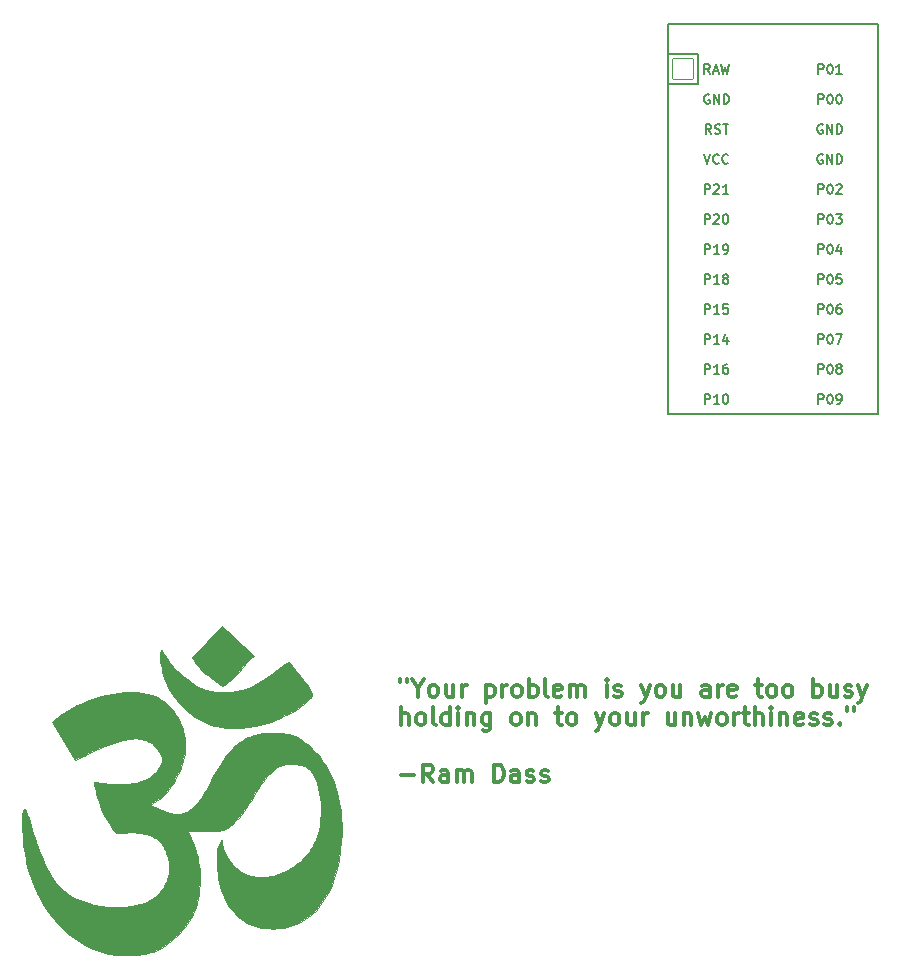
<source format=gbr>
G04 #@! TF.GenerationSoftware,KiCad,Pcbnew,(6.0.0-0)*
G04 #@! TF.CreationDate,2022-02-13T11:36:39-06:00*
G04 #@! TF.ProjectId,cockamamie,636f636b-616d-4616-9d69-652e6b696361,v1.0.0*
G04 #@! TF.SameCoordinates,Original*
G04 #@! TF.FileFunction,Legend,Top*
G04 #@! TF.FilePolarity,Positive*
%FSLAX46Y46*%
G04 Gerber Fmt 4.6, Leading zero omitted, Abs format (unit mm)*
G04 Created by KiCad (PCBNEW (6.0.0-0)) date 2022-02-13 11:36:39*
%MOMM*%
%LPD*%
G01*
G04 APERTURE LIST*
G04 Aperture macros list*
%AMRoundRect*
0 Rectangle with rounded corners*
0 $1 Rounding radius*
0 $2 $3 $4 $5 $6 $7 $8 $9 X,Y pos of 4 corners*
0 Add a 4 corners polygon primitive as box body*
4,1,4,$2,$3,$4,$5,$6,$7,$8,$9,$2,$3,0*
0 Add four circle primitives for the rounded corners*
1,1,$1+$1,$2,$3*
1,1,$1+$1,$4,$5*
1,1,$1+$1,$6,$7*
1,1,$1+$1,$8,$9*
0 Add four rect primitives between the rounded corners*
20,1,$1+$1,$2,$3,$4,$5,0*
20,1,$1+$1,$4,$5,$6,$7,0*
20,1,$1+$1,$6,$7,$8,$9,0*
20,1,$1+$1,$8,$9,$2,$3,0*%
G04 Aperture macros list end*
%ADD10C,0.300000*%
%ADD11C,0.079374*%
%ADD12C,0.150000*%
%ADD13R,1.752600X1.752600*%
%ADD14C,1.752600*%
%ADD15C,1.801800*%
%ADD16C,3.529000*%
%ADD17C,2.132000*%
%ADD18C,1.600000*%
%ADD19O,2.300000X1.700000*%
%ADD20RoundRect,0.050000X-0.876300X0.876300X-0.876300X-0.876300X0.876300X-0.876300X0.876300X0.876300X0*%
%ADD21C,1.852600*%
G04 APERTURE END LIST*
D10*
X213480714Y-161556071D02*
X213480714Y-161841785D01*
X214052142Y-161556071D02*
X214052142Y-161841785D01*
X214980714Y-162341785D02*
X214980714Y-163056071D01*
X214480714Y-161556071D02*
X214980714Y-162341785D01*
X215480714Y-161556071D01*
X216195000Y-163056071D02*
X216052142Y-162984642D01*
X215980714Y-162913214D01*
X215909285Y-162770357D01*
X215909285Y-162341785D01*
X215980714Y-162198928D01*
X216052142Y-162127500D01*
X216195000Y-162056071D01*
X216409285Y-162056071D01*
X216552142Y-162127500D01*
X216623571Y-162198928D01*
X216695000Y-162341785D01*
X216695000Y-162770357D01*
X216623571Y-162913214D01*
X216552142Y-162984642D01*
X216409285Y-163056071D01*
X216195000Y-163056071D01*
X217980714Y-162056071D02*
X217980714Y-163056071D01*
X217337857Y-162056071D02*
X217337857Y-162841785D01*
X217409285Y-162984642D01*
X217552142Y-163056071D01*
X217766428Y-163056071D01*
X217909285Y-162984642D01*
X217980714Y-162913214D01*
X218695000Y-163056071D02*
X218695000Y-162056071D01*
X218695000Y-162341785D02*
X218766428Y-162198928D01*
X218837857Y-162127500D01*
X218980714Y-162056071D01*
X219123571Y-162056071D01*
X220766428Y-162056071D02*
X220766428Y-163556071D01*
X220766428Y-162127500D02*
X220909285Y-162056071D01*
X221195000Y-162056071D01*
X221337857Y-162127500D01*
X221409285Y-162198928D01*
X221480714Y-162341785D01*
X221480714Y-162770357D01*
X221409285Y-162913214D01*
X221337857Y-162984642D01*
X221195000Y-163056071D01*
X220909285Y-163056071D01*
X220766428Y-162984642D01*
X222123571Y-163056071D02*
X222123571Y-162056071D01*
X222123571Y-162341785D02*
X222195000Y-162198928D01*
X222266428Y-162127500D01*
X222409285Y-162056071D01*
X222552142Y-162056071D01*
X223266428Y-163056071D02*
X223123571Y-162984642D01*
X223052142Y-162913214D01*
X222980714Y-162770357D01*
X222980714Y-162341785D01*
X223052142Y-162198928D01*
X223123571Y-162127500D01*
X223266428Y-162056071D01*
X223480714Y-162056071D01*
X223623571Y-162127500D01*
X223695000Y-162198928D01*
X223766428Y-162341785D01*
X223766428Y-162770357D01*
X223695000Y-162913214D01*
X223623571Y-162984642D01*
X223480714Y-163056071D01*
X223266428Y-163056071D01*
X224409285Y-163056071D02*
X224409285Y-161556071D01*
X224409285Y-162127500D02*
X224552142Y-162056071D01*
X224837857Y-162056071D01*
X224980714Y-162127500D01*
X225052142Y-162198928D01*
X225123571Y-162341785D01*
X225123571Y-162770357D01*
X225052142Y-162913214D01*
X224980714Y-162984642D01*
X224837857Y-163056071D01*
X224552142Y-163056071D01*
X224409285Y-162984642D01*
X225980714Y-163056071D02*
X225837857Y-162984642D01*
X225766428Y-162841785D01*
X225766428Y-161556071D01*
X227123571Y-162984642D02*
X226980714Y-163056071D01*
X226695000Y-163056071D01*
X226552142Y-162984642D01*
X226480714Y-162841785D01*
X226480714Y-162270357D01*
X226552142Y-162127500D01*
X226695000Y-162056071D01*
X226980714Y-162056071D01*
X227123571Y-162127500D01*
X227195000Y-162270357D01*
X227195000Y-162413214D01*
X226480714Y-162556071D01*
X227837857Y-163056071D02*
X227837857Y-162056071D01*
X227837857Y-162198928D02*
X227909285Y-162127500D01*
X228052142Y-162056071D01*
X228266428Y-162056071D01*
X228409285Y-162127500D01*
X228480714Y-162270357D01*
X228480714Y-163056071D01*
X228480714Y-162270357D02*
X228552142Y-162127500D01*
X228695000Y-162056071D01*
X228909285Y-162056071D01*
X229052142Y-162127500D01*
X229123571Y-162270357D01*
X229123571Y-163056071D01*
X230980714Y-163056071D02*
X230980714Y-162056071D01*
X230980714Y-161556071D02*
X230909285Y-161627500D01*
X230980714Y-161698928D01*
X231052142Y-161627500D01*
X230980714Y-161556071D01*
X230980714Y-161698928D01*
X231623571Y-162984642D02*
X231766428Y-163056071D01*
X232052142Y-163056071D01*
X232195000Y-162984642D01*
X232266428Y-162841785D01*
X232266428Y-162770357D01*
X232195000Y-162627500D01*
X232052142Y-162556071D01*
X231837857Y-162556071D01*
X231695000Y-162484642D01*
X231623571Y-162341785D01*
X231623571Y-162270357D01*
X231695000Y-162127500D01*
X231837857Y-162056071D01*
X232052142Y-162056071D01*
X232195000Y-162127500D01*
X233909285Y-162056071D02*
X234266428Y-163056071D01*
X234623571Y-162056071D02*
X234266428Y-163056071D01*
X234123571Y-163413214D01*
X234052142Y-163484642D01*
X233909285Y-163556071D01*
X235409285Y-163056071D02*
X235266428Y-162984642D01*
X235195000Y-162913214D01*
X235123571Y-162770357D01*
X235123571Y-162341785D01*
X235195000Y-162198928D01*
X235266428Y-162127500D01*
X235409285Y-162056071D01*
X235623571Y-162056071D01*
X235766428Y-162127500D01*
X235837857Y-162198928D01*
X235909285Y-162341785D01*
X235909285Y-162770357D01*
X235837857Y-162913214D01*
X235766428Y-162984642D01*
X235623571Y-163056071D01*
X235409285Y-163056071D01*
X237195000Y-162056071D02*
X237195000Y-163056071D01*
X236552142Y-162056071D02*
X236552142Y-162841785D01*
X236623571Y-162984642D01*
X236766428Y-163056071D01*
X236980714Y-163056071D01*
X237123571Y-162984642D01*
X237195000Y-162913214D01*
X239695000Y-163056071D02*
X239695000Y-162270357D01*
X239623571Y-162127500D01*
X239480714Y-162056071D01*
X239195000Y-162056071D01*
X239052142Y-162127500D01*
X239695000Y-162984642D02*
X239552142Y-163056071D01*
X239195000Y-163056071D01*
X239052142Y-162984642D01*
X238980714Y-162841785D01*
X238980714Y-162698928D01*
X239052142Y-162556071D01*
X239195000Y-162484642D01*
X239552142Y-162484642D01*
X239695000Y-162413214D01*
X240409285Y-163056071D02*
X240409285Y-162056071D01*
X240409285Y-162341785D02*
X240480714Y-162198928D01*
X240552142Y-162127500D01*
X240695000Y-162056071D01*
X240837857Y-162056071D01*
X241909285Y-162984642D02*
X241766428Y-163056071D01*
X241480714Y-163056071D01*
X241337857Y-162984642D01*
X241266428Y-162841785D01*
X241266428Y-162270357D01*
X241337857Y-162127500D01*
X241480714Y-162056071D01*
X241766428Y-162056071D01*
X241909285Y-162127500D01*
X241980714Y-162270357D01*
X241980714Y-162413214D01*
X241266428Y-162556071D01*
X243552142Y-162056071D02*
X244123571Y-162056071D01*
X243766428Y-161556071D02*
X243766428Y-162841785D01*
X243837857Y-162984642D01*
X243980714Y-163056071D01*
X244123571Y-163056071D01*
X244837857Y-163056071D02*
X244695000Y-162984642D01*
X244623571Y-162913214D01*
X244552142Y-162770357D01*
X244552142Y-162341785D01*
X244623571Y-162198928D01*
X244695000Y-162127500D01*
X244837857Y-162056071D01*
X245052142Y-162056071D01*
X245195000Y-162127500D01*
X245266428Y-162198928D01*
X245337857Y-162341785D01*
X245337857Y-162770357D01*
X245266428Y-162913214D01*
X245195000Y-162984642D01*
X245052142Y-163056071D01*
X244837857Y-163056071D01*
X246195000Y-163056071D02*
X246052142Y-162984642D01*
X245980714Y-162913214D01*
X245909285Y-162770357D01*
X245909285Y-162341785D01*
X245980714Y-162198928D01*
X246052142Y-162127500D01*
X246195000Y-162056071D01*
X246409285Y-162056071D01*
X246552142Y-162127500D01*
X246623571Y-162198928D01*
X246695000Y-162341785D01*
X246695000Y-162770357D01*
X246623571Y-162913214D01*
X246552142Y-162984642D01*
X246409285Y-163056071D01*
X246195000Y-163056071D01*
X248480714Y-163056071D02*
X248480714Y-161556071D01*
X248480714Y-162127500D02*
X248623571Y-162056071D01*
X248909285Y-162056071D01*
X249052142Y-162127500D01*
X249123571Y-162198928D01*
X249195000Y-162341785D01*
X249195000Y-162770357D01*
X249123571Y-162913214D01*
X249052142Y-162984642D01*
X248909285Y-163056071D01*
X248623571Y-163056071D01*
X248480714Y-162984642D01*
X250480714Y-162056071D02*
X250480714Y-163056071D01*
X249837857Y-162056071D02*
X249837857Y-162841785D01*
X249909285Y-162984642D01*
X250052142Y-163056071D01*
X250266428Y-163056071D01*
X250409285Y-162984642D01*
X250480714Y-162913214D01*
X251123571Y-162984642D02*
X251266428Y-163056071D01*
X251552142Y-163056071D01*
X251695000Y-162984642D01*
X251766428Y-162841785D01*
X251766428Y-162770357D01*
X251695000Y-162627500D01*
X251552142Y-162556071D01*
X251337857Y-162556071D01*
X251195000Y-162484642D01*
X251123571Y-162341785D01*
X251123571Y-162270357D01*
X251195000Y-162127500D01*
X251337857Y-162056071D01*
X251552142Y-162056071D01*
X251695000Y-162127500D01*
X252266428Y-162056071D02*
X252623571Y-163056071D01*
X252980714Y-162056071D02*
X252623571Y-163056071D01*
X252480714Y-163413214D01*
X252409285Y-163484642D01*
X252266428Y-163556071D01*
X213552142Y-165471071D02*
X213552142Y-163971071D01*
X214195000Y-165471071D02*
X214195000Y-164685357D01*
X214123571Y-164542500D01*
X213980714Y-164471071D01*
X213766428Y-164471071D01*
X213623571Y-164542500D01*
X213552142Y-164613928D01*
X215123571Y-165471071D02*
X214980714Y-165399642D01*
X214909285Y-165328214D01*
X214837857Y-165185357D01*
X214837857Y-164756785D01*
X214909285Y-164613928D01*
X214980714Y-164542500D01*
X215123571Y-164471071D01*
X215337857Y-164471071D01*
X215480714Y-164542500D01*
X215552142Y-164613928D01*
X215623571Y-164756785D01*
X215623571Y-165185357D01*
X215552142Y-165328214D01*
X215480714Y-165399642D01*
X215337857Y-165471071D01*
X215123571Y-165471071D01*
X216480714Y-165471071D02*
X216337857Y-165399642D01*
X216266428Y-165256785D01*
X216266428Y-163971071D01*
X217695000Y-165471071D02*
X217695000Y-163971071D01*
X217695000Y-165399642D02*
X217552142Y-165471071D01*
X217266428Y-165471071D01*
X217123571Y-165399642D01*
X217052142Y-165328214D01*
X216980714Y-165185357D01*
X216980714Y-164756785D01*
X217052142Y-164613928D01*
X217123571Y-164542500D01*
X217266428Y-164471071D01*
X217552142Y-164471071D01*
X217695000Y-164542500D01*
X218409285Y-165471071D02*
X218409285Y-164471071D01*
X218409285Y-163971071D02*
X218337857Y-164042500D01*
X218409285Y-164113928D01*
X218480714Y-164042500D01*
X218409285Y-163971071D01*
X218409285Y-164113928D01*
X219123571Y-164471071D02*
X219123571Y-165471071D01*
X219123571Y-164613928D02*
X219195000Y-164542500D01*
X219337857Y-164471071D01*
X219552142Y-164471071D01*
X219695000Y-164542500D01*
X219766428Y-164685357D01*
X219766428Y-165471071D01*
X221123571Y-164471071D02*
X221123571Y-165685357D01*
X221052142Y-165828214D01*
X220980714Y-165899642D01*
X220837857Y-165971071D01*
X220623571Y-165971071D01*
X220480714Y-165899642D01*
X221123571Y-165399642D02*
X220980714Y-165471071D01*
X220695000Y-165471071D01*
X220552142Y-165399642D01*
X220480714Y-165328214D01*
X220409285Y-165185357D01*
X220409285Y-164756785D01*
X220480714Y-164613928D01*
X220552142Y-164542500D01*
X220695000Y-164471071D01*
X220980714Y-164471071D01*
X221123571Y-164542500D01*
X223195000Y-165471071D02*
X223052142Y-165399642D01*
X222980714Y-165328214D01*
X222909285Y-165185357D01*
X222909285Y-164756785D01*
X222980714Y-164613928D01*
X223052142Y-164542500D01*
X223195000Y-164471071D01*
X223409285Y-164471071D01*
X223552142Y-164542500D01*
X223623571Y-164613928D01*
X223695000Y-164756785D01*
X223695000Y-165185357D01*
X223623571Y-165328214D01*
X223552142Y-165399642D01*
X223409285Y-165471071D01*
X223195000Y-165471071D01*
X224337857Y-164471071D02*
X224337857Y-165471071D01*
X224337857Y-164613928D02*
X224409285Y-164542500D01*
X224552142Y-164471071D01*
X224766428Y-164471071D01*
X224909285Y-164542500D01*
X224980714Y-164685357D01*
X224980714Y-165471071D01*
X226623571Y-164471071D02*
X227195000Y-164471071D01*
X226837857Y-163971071D02*
X226837857Y-165256785D01*
X226909285Y-165399642D01*
X227052142Y-165471071D01*
X227195000Y-165471071D01*
X227909285Y-165471071D02*
X227766428Y-165399642D01*
X227695000Y-165328214D01*
X227623571Y-165185357D01*
X227623571Y-164756785D01*
X227695000Y-164613928D01*
X227766428Y-164542500D01*
X227909285Y-164471071D01*
X228123571Y-164471071D01*
X228266428Y-164542500D01*
X228337857Y-164613928D01*
X228409285Y-164756785D01*
X228409285Y-165185357D01*
X228337857Y-165328214D01*
X228266428Y-165399642D01*
X228123571Y-165471071D01*
X227909285Y-165471071D01*
X230052142Y-164471071D02*
X230409285Y-165471071D01*
X230766428Y-164471071D02*
X230409285Y-165471071D01*
X230266428Y-165828214D01*
X230195000Y-165899642D01*
X230052142Y-165971071D01*
X231552142Y-165471071D02*
X231409285Y-165399642D01*
X231337857Y-165328214D01*
X231266428Y-165185357D01*
X231266428Y-164756785D01*
X231337857Y-164613928D01*
X231409285Y-164542500D01*
X231552142Y-164471071D01*
X231766428Y-164471071D01*
X231909285Y-164542500D01*
X231980714Y-164613928D01*
X232052142Y-164756785D01*
X232052142Y-165185357D01*
X231980714Y-165328214D01*
X231909285Y-165399642D01*
X231766428Y-165471071D01*
X231552142Y-165471071D01*
X233337857Y-164471071D02*
X233337857Y-165471071D01*
X232695000Y-164471071D02*
X232695000Y-165256785D01*
X232766428Y-165399642D01*
X232909285Y-165471071D01*
X233123571Y-165471071D01*
X233266428Y-165399642D01*
X233337857Y-165328214D01*
X234052142Y-165471071D02*
X234052142Y-164471071D01*
X234052142Y-164756785D02*
X234123571Y-164613928D01*
X234195000Y-164542500D01*
X234337857Y-164471071D01*
X234480714Y-164471071D01*
X236766428Y-164471071D02*
X236766428Y-165471071D01*
X236123571Y-164471071D02*
X236123571Y-165256785D01*
X236195000Y-165399642D01*
X236337857Y-165471071D01*
X236552142Y-165471071D01*
X236695000Y-165399642D01*
X236766428Y-165328214D01*
X237480714Y-164471071D02*
X237480714Y-165471071D01*
X237480714Y-164613928D02*
X237552142Y-164542500D01*
X237695000Y-164471071D01*
X237909285Y-164471071D01*
X238052142Y-164542500D01*
X238123571Y-164685357D01*
X238123571Y-165471071D01*
X238695000Y-164471071D02*
X238980714Y-165471071D01*
X239266428Y-164756785D01*
X239552142Y-165471071D01*
X239837857Y-164471071D01*
X240623571Y-165471071D02*
X240480714Y-165399642D01*
X240409285Y-165328214D01*
X240337857Y-165185357D01*
X240337857Y-164756785D01*
X240409285Y-164613928D01*
X240480714Y-164542500D01*
X240623571Y-164471071D01*
X240837857Y-164471071D01*
X240980714Y-164542500D01*
X241052142Y-164613928D01*
X241123571Y-164756785D01*
X241123571Y-165185357D01*
X241052142Y-165328214D01*
X240980714Y-165399642D01*
X240837857Y-165471071D01*
X240623571Y-165471071D01*
X241766428Y-165471071D02*
X241766428Y-164471071D01*
X241766428Y-164756785D02*
X241837857Y-164613928D01*
X241909285Y-164542500D01*
X242052142Y-164471071D01*
X242195000Y-164471071D01*
X242480714Y-164471071D02*
X243052142Y-164471071D01*
X242695000Y-163971071D02*
X242695000Y-165256785D01*
X242766428Y-165399642D01*
X242909285Y-165471071D01*
X243052142Y-165471071D01*
X243552142Y-165471071D02*
X243552142Y-163971071D01*
X244195000Y-165471071D02*
X244195000Y-164685357D01*
X244123571Y-164542500D01*
X243980714Y-164471071D01*
X243766428Y-164471071D01*
X243623571Y-164542500D01*
X243552142Y-164613928D01*
X244909285Y-165471071D02*
X244909285Y-164471071D01*
X244909285Y-163971071D02*
X244837857Y-164042500D01*
X244909285Y-164113928D01*
X244980714Y-164042500D01*
X244909285Y-163971071D01*
X244909285Y-164113928D01*
X245623571Y-164471071D02*
X245623571Y-165471071D01*
X245623571Y-164613928D02*
X245695000Y-164542500D01*
X245837857Y-164471071D01*
X246052142Y-164471071D01*
X246195000Y-164542500D01*
X246266428Y-164685357D01*
X246266428Y-165471071D01*
X247552142Y-165399642D02*
X247409285Y-165471071D01*
X247123571Y-165471071D01*
X246980714Y-165399642D01*
X246909285Y-165256785D01*
X246909285Y-164685357D01*
X246980714Y-164542500D01*
X247123571Y-164471071D01*
X247409285Y-164471071D01*
X247552142Y-164542500D01*
X247623571Y-164685357D01*
X247623571Y-164828214D01*
X246909285Y-164971071D01*
X248195000Y-165399642D02*
X248337857Y-165471071D01*
X248623571Y-165471071D01*
X248766428Y-165399642D01*
X248837857Y-165256785D01*
X248837857Y-165185357D01*
X248766428Y-165042500D01*
X248623571Y-164971071D01*
X248409285Y-164971071D01*
X248266428Y-164899642D01*
X248195000Y-164756785D01*
X248195000Y-164685357D01*
X248266428Y-164542500D01*
X248409285Y-164471071D01*
X248623571Y-164471071D01*
X248766428Y-164542500D01*
X249409285Y-165399642D02*
X249552142Y-165471071D01*
X249837857Y-165471071D01*
X249980714Y-165399642D01*
X250052142Y-165256785D01*
X250052142Y-165185357D01*
X249980714Y-165042500D01*
X249837857Y-164971071D01*
X249623571Y-164971071D01*
X249480714Y-164899642D01*
X249409285Y-164756785D01*
X249409285Y-164685357D01*
X249480714Y-164542500D01*
X249623571Y-164471071D01*
X249837857Y-164471071D01*
X249980714Y-164542500D01*
X250695000Y-165328214D02*
X250766428Y-165399642D01*
X250695000Y-165471071D01*
X250623571Y-165399642D01*
X250695000Y-165328214D01*
X250695000Y-165471071D01*
X251337857Y-163971071D02*
X251337857Y-164256785D01*
X251909285Y-163971071D02*
X251909285Y-164256785D01*
X213552142Y-169729642D02*
X214695000Y-169729642D01*
X216266428Y-170301071D02*
X215766428Y-169586785D01*
X215409285Y-170301071D02*
X215409285Y-168801071D01*
X215980714Y-168801071D01*
X216123571Y-168872500D01*
X216195000Y-168943928D01*
X216266428Y-169086785D01*
X216266428Y-169301071D01*
X216195000Y-169443928D01*
X216123571Y-169515357D01*
X215980714Y-169586785D01*
X215409285Y-169586785D01*
X217552142Y-170301071D02*
X217552142Y-169515357D01*
X217480714Y-169372500D01*
X217337857Y-169301071D01*
X217052142Y-169301071D01*
X216909285Y-169372500D01*
X217552142Y-170229642D02*
X217409285Y-170301071D01*
X217052142Y-170301071D01*
X216909285Y-170229642D01*
X216837857Y-170086785D01*
X216837857Y-169943928D01*
X216909285Y-169801071D01*
X217052142Y-169729642D01*
X217409285Y-169729642D01*
X217552142Y-169658214D01*
X218266428Y-170301071D02*
X218266428Y-169301071D01*
X218266428Y-169443928D02*
X218337857Y-169372500D01*
X218480714Y-169301071D01*
X218695000Y-169301071D01*
X218837857Y-169372500D01*
X218909285Y-169515357D01*
X218909285Y-170301071D01*
X218909285Y-169515357D02*
X218980714Y-169372500D01*
X219123571Y-169301071D01*
X219337857Y-169301071D01*
X219480714Y-169372500D01*
X219552142Y-169515357D01*
X219552142Y-170301071D01*
X221409285Y-170301071D02*
X221409285Y-168801071D01*
X221766428Y-168801071D01*
X221980714Y-168872500D01*
X222123571Y-169015357D01*
X222195000Y-169158214D01*
X222266428Y-169443928D01*
X222266428Y-169658214D01*
X222195000Y-169943928D01*
X222123571Y-170086785D01*
X221980714Y-170229642D01*
X221766428Y-170301071D01*
X221409285Y-170301071D01*
X223552142Y-170301071D02*
X223552142Y-169515357D01*
X223480714Y-169372500D01*
X223337857Y-169301071D01*
X223052142Y-169301071D01*
X222909285Y-169372500D01*
X223552142Y-170229642D02*
X223409285Y-170301071D01*
X223052142Y-170301071D01*
X222909285Y-170229642D01*
X222837857Y-170086785D01*
X222837857Y-169943928D01*
X222909285Y-169801071D01*
X223052142Y-169729642D01*
X223409285Y-169729642D01*
X223552142Y-169658214D01*
X224195000Y-170229642D02*
X224337857Y-170301071D01*
X224623571Y-170301071D01*
X224766428Y-170229642D01*
X224837857Y-170086785D01*
X224837857Y-170015357D01*
X224766428Y-169872500D01*
X224623571Y-169801071D01*
X224409285Y-169801071D01*
X224266428Y-169729642D01*
X224195000Y-169586785D01*
X224195000Y-169515357D01*
X224266428Y-169372500D01*
X224409285Y-169301071D01*
X224623571Y-169301071D01*
X224766428Y-169372500D01*
X225409285Y-170229642D02*
X225552142Y-170301071D01*
X225837857Y-170301071D01*
X225980714Y-170229642D01*
X226052142Y-170086785D01*
X226052142Y-170015357D01*
X225980714Y-169872500D01*
X225837857Y-169801071D01*
X225623571Y-169801071D01*
X225480714Y-169729642D01*
X225409285Y-169586785D01*
X225409285Y-169515357D01*
X225480714Y-169372500D01*
X225623571Y-169301071D01*
X225837857Y-169301071D01*
X225980714Y-169372500D01*
D11*
X188014832Y-184621263D02*
X187729629Y-184513698D01*
X187729629Y-184513698D02*
X187449443Y-184396683D01*
X187449443Y-184396683D02*
X186904493Y-184134758D01*
X186904493Y-184134758D02*
X186380723Y-183836394D01*
X186380723Y-183836394D02*
X185878873Y-183502500D01*
X185878873Y-183502500D02*
X185399684Y-183133980D01*
X185399684Y-183133980D02*
X184943895Y-182731742D01*
X184943895Y-182731742D02*
X184512248Y-182296692D01*
X184512248Y-182296692D02*
X184105482Y-181829738D01*
X184105482Y-181829738D02*
X183724338Y-181331786D01*
X183724338Y-181331786D02*
X183369557Y-180803742D01*
X183369557Y-180803742D02*
X183041878Y-180246513D01*
X183041878Y-180246513D02*
X182742042Y-179661006D01*
X182742042Y-179661006D02*
X182470789Y-179048128D01*
X182470789Y-179048128D02*
X182228861Y-178408786D01*
X182228861Y-178408786D02*
X182016996Y-177743885D01*
X182016996Y-177743885D02*
X181835936Y-177054333D01*
X181835936Y-177054333D02*
X181764270Y-176723884D01*
X181764270Y-176723884D02*
X181699566Y-176373202D01*
X181699566Y-176373202D02*
X181591968Y-175634071D01*
X181591968Y-175634071D02*
X181514993Y-174882809D01*
X181514993Y-174882809D02*
X181470492Y-174165283D01*
X181470492Y-174165283D02*
X181460318Y-173527362D01*
X181460318Y-173527362D02*
X181468681Y-173252588D01*
X181468681Y-173252588D02*
X181486319Y-173014915D01*
X181486319Y-173014915D02*
X181513464Y-172820078D01*
X181513464Y-172820078D02*
X181550348Y-172673810D01*
X181550348Y-172673810D02*
X181597201Y-172581845D01*
X181597201Y-172581845D02*
X181624439Y-172558017D01*
X181624439Y-172558017D02*
X181654255Y-172549916D01*
X181654255Y-172549916D02*
X181665126Y-172552153D01*
X181665126Y-172552153D02*
X181677034Y-172558793D01*
X181677034Y-172558793D02*
X181689938Y-172569725D01*
X181689938Y-172569725D02*
X181703796Y-172584839D01*
X181703796Y-172584839D02*
X181718565Y-172604027D01*
X181718565Y-172604027D02*
X181734204Y-172627178D01*
X181734204Y-172627178D02*
X181767925Y-172684932D01*
X181767925Y-172684932D02*
X181804621Y-172757223D01*
X181804621Y-172757223D02*
X181843957Y-172843175D01*
X181843957Y-172843175D02*
X181885599Y-172941910D01*
X181885599Y-172941910D02*
X181929210Y-173052551D01*
X181929210Y-173052551D02*
X181974455Y-173174220D01*
X181974455Y-173174220D02*
X182020998Y-173306041D01*
X182020998Y-173306041D02*
X182068504Y-173447136D01*
X182068504Y-173447136D02*
X182116637Y-173596627D01*
X182116637Y-173596627D02*
X182165062Y-173753638D01*
X182165062Y-173753638D02*
X182213443Y-173917291D01*
X182213443Y-173917291D02*
X182261445Y-174086710D01*
X182261445Y-174086710D02*
X182308732Y-174261016D01*
X182308732Y-174261016D02*
X182415601Y-174645492D01*
X182415601Y-174645492D02*
X182530895Y-175025819D01*
X182530895Y-175025819D02*
X182654003Y-175400727D01*
X182654003Y-175400727D02*
X182784314Y-175768946D01*
X182784314Y-175768946D02*
X182921217Y-176129205D01*
X182921217Y-176129205D02*
X183064100Y-176480235D01*
X183064100Y-176480235D02*
X183212352Y-176820764D01*
X183212352Y-176820764D02*
X183365362Y-177149524D01*
X183365362Y-177149524D02*
X183522518Y-177465243D01*
X183522518Y-177465243D02*
X183683209Y-177766653D01*
X183683209Y-177766653D02*
X183846824Y-178052481D01*
X183846824Y-178052481D02*
X184012752Y-178321460D01*
X184012752Y-178321460D02*
X184180381Y-178572317D01*
X184180381Y-178572317D02*
X184349101Y-178803783D01*
X184349101Y-178803783D02*
X184518299Y-179014589D01*
X184518299Y-179014589D02*
X184687364Y-179203463D01*
X184687364Y-179203463D02*
X184833905Y-179348043D01*
X184833905Y-179348043D02*
X184992694Y-179486904D01*
X184992694Y-179486904D02*
X185163040Y-179619931D01*
X185163040Y-179619931D02*
X185344249Y-179747007D01*
X185344249Y-179747007D02*
X185736495Y-179982852D01*
X185736495Y-179982852D02*
X186163897Y-180193519D01*
X186163897Y-180193519D02*
X186620920Y-180378086D01*
X186620920Y-180378086D02*
X187102032Y-180535635D01*
X187102032Y-180535635D02*
X187601696Y-180665245D01*
X187601696Y-180665245D02*
X188114380Y-180765995D01*
X188114380Y-180765995D02*
X188634549Y-180836967D01*
X188634549Y-180836967D02*
X189156668Y-180877239D01*
X189156668Y-180877239D02*
X189675204Y-180885891D01*
X189675204Y-180885891D02*
X190184622Y-180862004D01*
X190184622Y-180862004D02*
X190679387Y-180804657D01*
X190679387Y-180804657D02*
X191153967Y-180712929D01*
X191153967Y-180712929D02*
X191381957Y-180653886D01*
X191381957Y-180653886D02*
X191602825Y-180585902D01*
X191602825Y-180585902D02*
X191815880Y-180508863D01*
X191815880Y-180508863D02*
X192020429Y-180422654D01*
X192020429Y-180422654D02*
X192173367Y-180348887D01*
X192173367Y-180348887D02*
X192320439Y-180269230D01*
X192320439Y-180269230D02*
X192461572Y-180183883D01*
X192461572Y-180183883D02*
X192596689Y-180093045D01*
X192596689Y-180093045D02*
X192725717Y-179996915D01*
X192725717Y-179996915D02*
X192848580Y-179895693D01*
X192848580Y-179895693D02*
X192965204Y-179789577D01*
X192965204Y-179789577D02*
X193075513Y-179678767D01*
X193075513Y-179678767D02*
X193179433Y-179563462D01*
X193179433Y-179563462D02*
X193276889Y-179443861D01*
X193276889Y-179443861D02*
X193367807Y-179320164D01*
X193367807Y-179320164D02*
X193452110Y-179192569D01*
X193452110Y-179192569D02*
X193529725Y-179061275D01*
X193529725Y-179061275D02*
X193600576Y-178926482D01*
X193600576Y-178926482D02*
X193664590Y-178788389D01*
X193664590Y-178788389D02*
X193721690Y-178647196D01*
X193721690Y-178647196D02*
X193771802Y-178503100D01*
X193771802Y-178503100D02*
X193814851Y-178356302D01*
X193814851Y-178356302D02*
X193850763Y-178207000D01*
X193850763Y-178207000D02*
X193879462Y-178055395D01*
X193879462Y-178055395D02*
X193900874Y-177901684D01*
X193900874Y-177901684D02*
X193914924Y-177746067D01*
X193914924Y-177746067D02*
X193921536Y-177588744D01*
X193921536Y-177588744D02*
X193920637Y-177429913D01*
X193920637Y-177429913D02*
X193912151Y-177269773D01*
X193912151Y-177269773D02*
X193896004Y-177108525D01*
X193896004Y-177108525D02*
X193872120Y-176946366D01*
X193872120Y-176946366D02*
X193840425Y-176783497D01*
X193840425Y-176783497D02*
X193800843Y-176620115D01*
X193800843Y-176620115D02*
X193753301Y-176456422D01*
X193753301Y-176456422D02*
X193697723Y-176292614D01*
X193697723Y-176292614D02*
X193634034Y-176128893D01*
X193634034Y-176128893D02*
X193579577Y-176005090D01*
X193579577Y-176005090D02*
X193520897Y-175886521D01*
X193520897Y-175886521D02*
X193457925Y-175773162D01*
X193457925Y-175773162D02*
X193390588Y-175664988D01*
X193390588Y-175664988D02*
X193318818Y-175561973D01*
X193318818Y-175561973D02*
X193242544Y-175464092D01*
X193242544Y-175464092D02*
X193161694Y-175371320D01*
X193161694Y-175371320D02*
X193076200Y-175283633D01*
X193076200Y-175283633D02*
X192985990Y-175201004D01*
X192985990Y-175201004D02*
X192890993Y-175123410D01*
X192890993Y-175123410D02*
X192791141Y-175050825D01*
X192791141Y-175050825D02*
X192686361Y-174983223D01*
X192686361Y-174983223D02*
X192576584Y-174920581D01*
X192576584Y-174920581D02*
X192461739Y-174862872D01*
X192461739Y-174862872D02*
X192341757Y-174810072D01*
X192341757Y-174810072D02*
X192216565Y-174762156D01*
X192216565Y-174762156D02*
X192086095Y-174719099D01*
X192086095Y-174719099D02*
X191950275Y-174680875D01*
X191950275Y-174680875D02*
X191809035Y-174647459D01*
X191809035Y-174647459D02*
X191662305Y-174618828D01*
X191662305Y-174618828D02*
X191510014Y-174594954D01*
X191510014Y-174594954D02*
X191352093Y-174575814D01*
X191352093Y-174575814D02*
X191188469Y-174561382D01*
X191188469Y-174561382D02*
X191019074Y-174551634D01*
X191019074Y-174551634D02*
X190843836Y-174546543D01*
X190843836Y-174546543D02*
X190662686Y-174546086D01*
X190662686Y-174546086D02*
X190475552Y-174550237D01*
X190475552Y-174550237D02*
X190282364Y-174558971D01*
X190282364Y-174558971D02*
X190083053Y-174572262D01*
X190083053Y-174572262D02*
X189877547Y-174590087D01*
X189877547Y-174590087D02*
X189665776Y-174612420D01*
X189665776Y-174612420D02*
X189447669Y-174639235D01*
X189447669Y-174639235D02*
X189384608Y-174566924D01*
X189384608Y-174566924D02*
X189311127Y-174477302D01*
X189311127Y-174477302D02*
X189214429Y-174352718D01*
X189214429Y-174352718D02*
X189098078Y-174193683D01*
X189098078Y-174193683D02*
X188965636Y-174000707D01*
X188965636Y-174000707D02*
X188820667Y-173774303D01*
X188820667Y-173774303D02*
X188666734Y-173514982D01*
X188666734Y-173514982D02*
X188507400Y-173223256D01*
X188507400Y-173223256D02*
X188426821Y-173065400D01*
X188426821Y-173065400D02*
X188346228Y-172899634D01*
X188346228Y-172899634D02*
X188266066Y-172726022D01*
X188266066Y-172726022D02*
X188186782Y-172544629D01*
X188186782Y-172544629D02*
X188108819Y-172355518D01*
X188108819Y-172355518D02*
X188032623Y-172158752D01*
X188032623Y-172158752D02*
X187958641Y-171954396D01*
X187958641Y-171954396D02*
X187887316Y-171742514D01*
X187887316Y-171742514D02*
X187819096Y-171523170D01*
X187819096Y-171523170D02*
X187754424Y-171296427D01*
X187754424Y-171296427D02*
X187693747Y-171062350D01*
X187693747Y-171062350D02*
X187637509Y-170821002D01*
X187637509Y-170821002D02*
X187586157Y-170572447D01*
X187586157Y-170572447D02*
X187540135Y-170316750D01*
X187540135Y-170316750D02*
X189022937Y-170451205D01*
X189022937Y-170451205D02*
X189352620Y-170475061D01*
X189352620Y-170475061D02*
X189671741Y-170485958D01*
X189671741Y-170485958D02*
X189979989Y-170483989D01*
X189979989Y-170483989D02*
X190277055Y-170469243D01*
X190277055Y-170469243D02*
X190562631Y-170441811D01*
X190562631Y-170441811D02*
X190836406Y-170401784D01*
X190836406Y-170401784D02*
X191098072Y-170349252D01*
X191098072Y-170349252D02*
X191347320Y-170284305D01*
X191347320Y-170284305D02*
X191583841Y-170207034D01*
X191583841Y-170207034D02*
X191807325Y-170117530D01*
X191807325Y-170117530D02*
X192017463Y-170015883D01*
X192017463Y-170015883D02*
X192213946Y-169902184D01*
X192213946Y-169902184D02*
X192396465Y-169776523D01*
X192396465Y-169776523D02*
X192564710Y-169638991D01*
X192564710Y-169638991D02*
X192718373Y-169489678D01*
X192718373Y-169489678D02*
X192857144Y-169328675D01*
X192857144Y-169328675D02*
X192972568Y-169177668D01*
X192972568Y-169177668D02*
X193072178Y-169037153D01*
X193072178Y-169037153D02*
X193155907Y-168905608D01*
X193155907Y-168905608D02*
X193191795Y-168842723D01*
X193191795Y-168842723D02*
X193223688Y-168781508D01*
X193223688Y-168781508D02*
X193251577Y-168721774D01*
X193251577Y-168721774D02*
X193275454Y-168663331D01*
X193275454Y-168663331D02*
X193295311Y-168605986D01*
X193295311Y-168605986D02*
X193311138Y-168549551D01*
X193311138Y-168549551D02*
X193322929Y-168493834D01*
X193322929Y-168493834D02*
X193330673Y-168438646D01*
X193330673Y-168438646D02*
X193334364Y-168383795D01*
X193334364Y-168383795D02*
X193333993Y-168329092D01*
X193333993Y-168329092D02*
X193329550Y-168274345D01*
X193329550Y-168274345D02*
X193321029Y-168219365D01*
X193321029Y-168219365D02*
X193308419Y-168163960D01*
X193308419Y-168163960D02*
X193291714Y-168107941D01*
X193291714Y-168107941D02*
X193270905Y-168051117D01*
X193270905Y-168051117D02*
X193245983Y-167993297D01*
X193245983Y-167993297D02*
X193216940Y-167934292D01*
X193216940Y-167934292D02*
X193183768Y-167873910D01*
X193183768Y-167873910D02*
X193146457Y-167811961D01*
X193146457Y-167811961D02*
X193105001Y-167748254D01*
X193105001Y-167748254D02*
X193009616Y-167614808D01*
X193009616Y-167614808D02*
X192897546Y-167472046D01*
X192897546Y-167472046D02*
X192768724Y-167318446D01*
X192768724Y-167318446D02*
X192667225Y-167207861D01*
X192667225Y-167207861D02*
X192560601Y-167106325D01*
X192560601Y-167106325D02*
X192448651Y-167013872D01*
X192448651Y-167013872D02*
X192331173Y-166930534D01*
X192331173Y-166930534D02*
X192207964Y-166856344D01*
X192207964Y-166856344D02*
X192078822Y-166791336D01*
X192078822Y-166791336D02*
X191943547Y-166735542D01*
X191943547Y-166735542D02*
X191801934Y-166688997D01*
X191801934Y-166688997D02*
X191653784Y-166651732D01*
X191653784Y-166651732D02*
X191498893Y-166623781D01*
X191498893Y-166623781D02*
X191337060Y-166605178D01*
X191337060Y-166605178D02*
X191168083Y-166595955D01*
X191168083Y-166595955D02*
X190991760Y-166596145D01*
X190991760Y-166596145D02*
X190807888Y-166605782D01*
X190807888Y-166605782D02*
X190616267Y-166624898D01*
X190616267Y-166624898D02*
X190416693Y-166653528D01*
X190416693Y-166653528D02*
X190208966Y-166691703D01*
X190208966Y-166691703D02*
X189992883Y-166739457D01*
X189992883Y-166739457D02*
X189768242Y-166796824D01*
X189768242Y-166796824D02*
X189534841Y-166863836D01*
X189534841Y-166863836D02*
X189292478Y-166940526D01*
X189292478Y-166940526D02*
X189040952Y-167026928D01*
X189040952Y-167026928D02*
X188509600Y-167228999D01*
X188509600Y-167228999D02*
X187939170Y-167470313D01*
X187939170Y-167470313D02*
X187328046Y-167751136D01*
X187328046Y-167751136D02*
X186674613Y-168071733D01*
X186674613Y-168071733D02*
X185977254Y-168432368D01*
X185977254Y-168432368D02*
X184040112Y-165185134D01*
X184040112Y-165185134D02*
X184852238Y-164565693D01*
X184852238Y-164565693D02*
X185250661Y-164283891D01*
X185250661Y-164283891D02*
X185679781Y-164021254D01*
X185679781Y-164021254D02*
X186135174Y-163778756D01*
X186135174Y-163778756D02*
X186612412Y-163557367D01*
X186612412Y-163557367D02*
X187107071Y-163358060D01*
X187107071Y-163358060D02*
X187614725Y-163181807D01*
X187614725Y-163181807D02*
X188130948Y-163029579D01*
X188130948Y-163029579D02*
X188651314Y-162902348D01*
X188651314Y-162902348D02*
X189171397Y-162801086D01*
X189171397Y-162801086D02*
X189686772Y-162726766D01*
X189686772Y-162726766D02*
X190193013Y-162680359D01*
X190193013Y-162680359D02*
X190685695Y-162662837D01*
X190685695Y-162662837D02*
X191160391Y-162675172D01*
X191160391Y-162675172D02*
X191612676Y-162718336D01*
X191612676Y-162718336D02*
X192038124Y-162793301D01*
X192038124Y-162793301D02*
X192432310Y-162901038D01*
X192432310Y-162901038D02*
X192602580Y-162962906D01*
X192602580Y-162962906D02*
X192769772Y-163034890D01*
X192769772Y-163034890D02*
X192933663Y-163116592D01*
X192933663Y-163116592D02*
X193094031Y-163207617D01*
X193094031Y-163207617D02*
X193250652Y-163307565D01*
X193250652Y-163307565D02*
X193403304Y-163416039D01*
X193403304Y-163416039D02*
X193551765Y-163532643D01*
X193551765Y-163532643D02*
X193695811Y-163656978D01*
X193695811Y-163656978D02*
X193835220Y-163788648D01*
X193835220Y-163788648D02*
X193969770Y-163927255D01*
X193969770Y-163927255D02*
X194099236Y-164072402D01*
X194099236Y-164072402D02*
X194223397Y-164223691D01*
X194223397Y-164223691D02*
X194342031Y-164380725D01*
X194342031Y-164380725D02*
X194454913Y-164543106D01*
X194454913Y-164543106D02*
X194561822Y-164710437D01*
X194561822Y-164710437D02*
X194662535Y-164882321D01*
X194662535Y-164882321D02*
X194756829Y-165058361D01*
X194756829Y-165058361D02*
X194844481Y-165238158D01*
X194844481Y-165238158D02*
X194925269Y-165421316D01*
X194925269Y-165421316D02*
X194998969Y-165607437D01*
X194998969Y-165607437D02*
X195065360Y-165796123D01*
X195065360Y-165796123D02*
X195124219Y-165986979D01*
X195124219Y-165986979D02*
X195175322Y-166179605D01*
X195175322Y-166179605D02*
X195218447Y-166373604D01*
X195218447Y-166373604D02*
X195253371Y-166568580D01*
X195253371Y-166568580D02*
X195279872Y-166764135D01*
X195279872Y-166764135D02*
X195297727Y-166959871D01*
X195297727Y-166959871D02*
X195306713Y-167155392D01*
X195306713Y-167155392D02*
X195306608Y-167350299D01*
X195306608Y-167350299D02*
X195297188Y-167544195D01*
X195297188Y-167544195D02*
X195278231Y-167736683D01*
X195278231Y-167736683D02*
X195249514Y-167927365D01*
X195249514Y-167927365D02*
X195194249Y-168189744D01*
X195194249Y-168189744D02*
X195120588Y-168462142D01*
X195120588Y-168462142D02*
X195030149Y-168741735D01*
X195030149Y-168741735D02*
X194924547Y-169025701D01*
X194924547Y-169025701D02*
X194805397Y-169311217D01*
X194805397Y-169311217D02*
X194674317Y-169595461D01*
X194674317Y-169595461D02*
X194532922Y-169875610D01*
X194532922Y-169875610D02*
X194382827Y-170148841D01*
X194382827Y-170148841D02*
X194225650Y-170412332D01*
X194225650Y-170412332D02*
X194063006Y-170663259D01*
X194063006Y-170663259D02*
X193896511Y-170898800D01*
X193896511Y-170898800D02*
X193727781Y-171116133D01*
X193727781Y-171116133D02*
X193558432Y-171312434D01*
X193558432Y-171312434D02*
X193390080Y-171484881D01*
X193390080Y-171484881D02*
X193224341Y-171630652D01*
X193224341Y-171630652D02*
X193062831Y-171746923D01*
X193062831Y-171746923D02*
X192332178Y-172209539D01*
X192332178Y-172209539D02*
X193341422Y-172664643D01*
X193341422Y-172664643D02*
X193500276Y-172733132D01*
X193500276Y-172733132D02*
X193655375Y-172793537D01*
X193655375Y-172793537D02*
X193806879Y-172845765D01*
X193806879Y-172845765D02*
X193954947Y-172889728D01*
X193954947Y-172889728D02*
X194099740Y-172925335D01*
X194099740Y-172925335D02*
X194241417Y-172952495D01*
X194241417Y-172952495D02*
X194380138Y-172971120D01*
X194380138Y-172971120D02*
X194516062Y-172981118D01*
X194516062Y-172981118D02*
X194649349Y-172982399D01*
X194649349Y-172982399D02*
X194780158Y-172974873D01*
X194780158Y-172974873D02*
X194908650Y-172958451D01*
X194908650Y-172958451D02*
X195034984Y-172933042D01*
X195034984Y-172933042D02*
X195159319Y-172898555D01*
X195159319Y-172898555D02*
X195281816Y-172854902D01*
X195281816Y-172854902D02*
X195402633Y-172801990D01*
X195402633Y-172801990D02*
X195521932Y-172739731D01*
X195521932Y-172739731D02*
X195639870Y-172668034D01*
X195639870Y-172668034D02*
X195756608Y-172586810D01*
X195756608Y-172586810D02*
X195872306Y-172495967D01*
X195872306Y-172495967D02*
X195987123Y-172395416D01*
X195987123Y-172395416D02*
X196101219Y-172285067D01*
X196101219Y-172285067D02*
X196214754Y-172164829D01*
X196214754Y-172164829D02*
X196327887Y-172034612D01*
X196327887Y-172034612D02*
X196440777Y-171894327D01*
X196440777Y-171894327D02*
X196553586Y-171743882D01*
X196553586Y-171743882D02*
X196666471Y-171583189D01*
X196666471Y-171583189D02*
X196893112Y-171230693D01*
X196893112Y-171230693D02*
X197121977Y-170836120D01*
X197121977Y-170836120D02*
X197354345Y-170398747D01*
X197354345Y-170398747D02*
X197672314Y-169792549D01*
X197672314Y-169792549D02*
X197979095Y-169242799D01*
X197979095Y-169242799D02*
X198277759Y-168747100D01*
X198277759Y-168747100D02*
X198571378Y-168303052D01*
X198571378Y-168303052D02*
X198863022Y-167908256D01*
X198863022Y-167908256D02*
X199155761Y-167560314D01*
X199155761Y-167560314D02*
X199303502Y-167403164D01*
X199303502Y-167403164D02*
X199452668Y-167256827D01*
X199452668Y-167256827D02*
X199603643Y-167121005D01*
X199603643Y-167121005D02*
X199756812Y-166995397D01*
X199756812Y-166995397D02*
X199912559Y-166879703D01*
X199912559Y-166879703D02*
X200071266Y-166773623D01*
X200071266Y-166773623D02*
X200233318Y-166676858D01*
X200233318Y-166676858D02*
X200399099Y-166589108D01*
X200399099Y-166589108D02*
X200568992Y-166510073D01*
X200568992Y-166510073D02*
X200743382Y-166439453D01*
X200743382Y-166439453D02*
X200922653Y-166376949D01*
X200922653Y-166376949D02*
X201107187Y-166322259D01*
X201107187Y-166322259D02*
X201493585Y-166235128D01*
X201493585Y-166235128D02*
X201905646Y-166175660D01*
X201905646Y-166175660D02*
X202346441Y-166141456D01*
X202346441Y-166141456D02*
X202819042Y-166130119D01*
X202819042Y-166130119D02*
X203038101Y-166131395D01*
X203038101Y-166131395D02*
X203240621Y-166136234D01*
X203240621Y-166136234D02*
X203428415Y-166145172D01*
X203428415Y-166145172D02*
X203603293Y-166158741D01*
X203603293Y-166158741D02*
X203767068Y-166177476D01*
X203767068Y-166177476D02*
X203921551Y-166201911D01*
X203921551Y-166201911D02*
X204068556Y-166232580D01*
X204068556Y-166232580D02*
X204209893Y-166270016D01*
X204209893Y-166270016D02*
X204347375Y-166314755D01*
X204347375Y-166314755D02*
X204482813Y-166367330D01*
X204482813Y-166367330D02*
X204618020Y-166428276D01*
X204618020Y-166428276D02*
X204754808Y-166498125D01*
X204754808Y-166498125D02*
X204894988Y-166577412D01*
X204894988Y-166577412D02*
X205040372Y-166666672D01*
X205040372Y-166666672D02*
X205192773Y-166766438D01*
X205192773Y-166766438D02*
X205354002Y-166877244D01*
X205354002Y-166877244D02*
X205558494Y-167027454D01*
X205558494Y-167027454D02*
X205756995Y-167187169D01*
X205756995Y-167187169D02*
X205949421Y-167356163D01*
X205949421Y-167356163D02*
X206135688Y-167534210D01*
X206135688Y-167534210D02*
X206315710Y-167721085D01*
X206315710Y-167721085D02*
X206489404Y-167916564D01*
X206489404Y-167916564D02*
X206656684Y-168120420D01*
X206656684Y-168120420D02*
X206817467Y-168332429D01*
X206817467Y-168332429D02*
X206971667Y-168552365D01*
X206971667Y-168552365D02*
X207119200Y-168780003D01*
X207119200Y-168780003D02*
X207259983Y-169015118D01*
X207259983Y-169015118D02*
X207393929Y-169257483D01*
X207393929Y-169257483D02*
X207640976Y-169763068D01*
X207640976Y-169763068D02*
X207859665Y-170294955D01*
X207859665Y-170294955D02*
X208049321Y-170851342D01*
X208049321Y-170851342D02*
X208209267Y-171430425D01*
X208209267Y-171430425D02*
X208338826Y-172030404D01*
X208338826Y-172030404D02*
X208437324Y-172649476D01*
X208437324Y-172649476D02*
X208504083Y-173285838D01*
X208504083Y-173285838D02*
X208538428Y-173937688D01*
X208538428Y-173937688D02*
X208539682Y-174603224D01*
X208539682Y-174603224D02*
X208507170Y-175280644D01*
X208507170Y-175280644D02*
X208422832Y-176123856D01*
X208422832Y-176123856D02*
X208296276Y-176923101D01*
X208296276Y-176923101D02*
X208128627Y-177676938D01*
X208128627Y-177676938D02*
X207921008Y-178383930D01*
X207921008Y-178383930D02*
X207674545Y-179042635D01*
X207674545Y-179042635D02*
X207390361Y-179651614D01*
X207390361Y-179651614D02*
X207069580Y-180209428D01*
X207069580Y-180209428D02*
X206713328Y-180714636D01*
X206713328Y-180714636D02*
X206522250Y-180947064D01*
X206522250Y-180947064D02*
X206322727Y-181165800D01*
X206322727Y-181165800D02*
X206114897Y-181370665D01*
X206114897Y-181370665D02*
X205898903Y-181561480D01*
X205898903Y-181561480D02*
X205674883Y-181738063D01*
X205674883Y-181738063D02*
X205442979Y-181900235D01*
X205442979Y-181900235D02*
X205203331Y-182047817D01*
X205203331Y-182047817D02*
X204956080Y-182180627D01*
X204956080Y-182180627D02*
X204701366Y-182298487D01*
X204701366Y-182298487D02*
X204439330Y-182401216D01*
X204439330Y-182401216D02*
X204170112Y-182488634D01*
X204170112Y-182488634D02*
X203893853Y-182560561D01*
X203893853Y-182560561D02*
X203610694Y-182616818D01*
X203610694Y-182616818D02*
X203320775Y-182657225D01*
X203320775Y-182657225D02*
X203024236Y-182681600D01*
X203024236Y-182681600D02*
X202721218Y-182689766D01*
X202721218Y-182689766D02*
X202392483Y-182682345D01*
X202392483Y-182682345D02*
X202078093Y-182659868D01*
X202078093Y-182659868D02*
X201777460Y-182622016D01*
X201777460Y-182622016D02*
X201489996Y-182568469D01*
X201489996Y-182568469D02*
X201215113Y-182498907D01*
X201215113Y-182498907D02*
X200952222Y-182413009D01*
X200952222Y-182413009D02*
X200700735Y-182310456D01*
X200700735Y-182310456D02*
X200460065Y-182190927D01*
X200460065Y-182190927D02*
X200229623Y-182054103D01*
X200229623Y-182054103D02*
X200008821Y-181899664D01*
X200008821Y-181899664D02*
X199797072Y-181727289D01*
X199797072Y-181727289D02*
X199593786Y-181536658D01*
X199593786Y-181536658D02*
X199398377Y-181327453D01*
X199398377Y-181327453D02*
X199210255Y-181099352D01*
X199210255Y-181099352D02*
X199028833Y-180852035D01*
X199028833Y-180852035D02*
X198853523Y-180585183D01*
X198853523Y-180585183D02*
X198707347Y-180327878D01*
X198707347Y-180327878D02*
X198572136Y-180044750D01*
X198572136Y-180044750D02*
X198448451Y-179739766D01*
X198448451Y-179739766D02*
X198336856Y-179416897D01*
X198336856Y-179416897D02*
X198237913Y-179080109D01*
X198237913Y-179080109D02*
X198152186Y-178733373D01*
X198152186Y-178733373D02*
X198080237Y-178380656D01*
X198080237Y-178380656D02*
X198022628Y-178025926D01*
X198022628Y-178025926D02*
X197979923Y-177673153D01*
X197979923Y-177673153D02*
X197952685Y-177326305D01*
X197952685Y-177326305D02*
X197941475Y-176989350D01*
X197941475Y-176989350D02*
X197946857Y-176666256D01*
X197946857Y-176666256D02*
X197969393Y-176360994D01*
X197969393Y-176360994D02*
X198009647Y-176077530D01*
X198009647Y-176077530D02*
X198068181Y-175819833D01*
X198068181Y-175819833D02*
X198145557Y-175591872D01*
X198145557Y-175591872D02*
X198220780Y-175413078D01*
X198220780Y-175413078D02*
X198252555Y-175341822D01*
X198252555Y-175341822D02*
X198280744Y-175282520D01*
X198280744Y-175282520D02*
X198305578Y-175235067D01*
X198305578Y-175235067D02*
X198327286Y-175199358D01*
X198327286Y-175199358D02*
X198337039Y-175185875D01*
X198337039Y-175185875D02*
X198346097Y-175175289D01*
X198346097Y-175175289D02*
X198354488Y-175167586D01*
X198354488Y-175167586D02*
X198362241Y-175162754D01*
X198362241Y-175162754D02*
X198369384Y-175160779D01*
X198369384Y-175160779D02*
X198375947Y-175161648D01*
X198375947Y-175161648D02*
X198381957Y-175165348D01*
X198381957Y-175165348D02*
X198387445Y-175171867D01*
X198387445Y-175171867D02*
X198392437Y-175181190D01*
X198392437Y-175181190D02*
X198396964Y-175193306D01*
X198396964Y-175193306D02*
X198404733Y-175225859D01*
X198404733Y-175225859D02*
X198410983Y-175269422D01*
X198410983Y-175269422D02*
X198415943Y-175323891D01*
X198415943Y-175323891D02*
X198419841Y-175389159D01*
X198419841Y-175389159D02*
X198422908Y-175465123D01*
X198422908Y-175465123D02*
X198427964Y-175541253D01*
X198427964Y-175541253D02*
X198438001Y-175620054D01*
X198438001Y-175620054D02*
X198472319Y-175784669D01*
X198472319Y-175784669D02*
X198524465Y-175956970D01*
X198524465Y-175956970D02*
X198593040Y-176134961D01*
X198593040Y-176134961D02*
X198676647Y-176316644D01*
X198676647Y-176316644D02*
X198773889Y-176500024D01*
X198773889Y-176500024D02*
X198883367Y-176683102D01*
X198883367Y-176683102D02*
X199003684Y-176863883D01*
X199003684Y-176863883D02*
X199133442Y-177040369D01*
X199133442Y-177040369D02*
X199271243Y-177210563D01*
X199271243Y-177210563D02*
X199415690Y-177372469D01*
X199415690Y-177372469D02*
X199565385Y-177524090D01*
X199565385Y-177524090D02*
X199718930Y-177663428D01*
X199718930Y-177663428D02*
X199874927Y-177788487D01*
X199874927Y-177788487D02*
X200031979Y-177897270D01*
X200031979Y-177897270D02*
X200188688Y-177987780D01*
X200188688Y-177987780D02*
X200382678Y-178079845D01*
X200382678Y-178079845D02*
X200581393Y-178158168D01*
X200581393Y-178158168D02*
X200784346Y-178222970D01*
X200784346Y-178222970D02*
X200991049Y-178274470D01*
X200991049Y-178274470D02*
X201201015Y-178312889D01*
X201201015Y-178312889D02*
X201413756Y-178338449D01*
X201413756Y-178338449D02*
X201628786Y-178351368D01*
X201628786Y-178351368D02*
X201845617Y-178351869D01*
X201845617Y-178351869D02*
X202063761Y-178340172D01*
X202063761Y-178340172D02*
X202282732Y-178316496D01*
X202282732Y-178316496D02*
X202502042Y-178281063D01*
X202502042Y-178281063D02*
X202721203Y-178234093D01*
X202721203Y-178234093D02*
X202939729Y-178175807D01*
X202939729Y-178175807D02*
X203157132Y-178106426D01*
X203157132Y-178106426D02*
X203372924Y-178026169D01*
X203372924Y-178026169D02*
X203586619Y-177935257D01*
X203586619Y-177935257D02*
X203797729Y-177833912D01*
X203797729Y-177833912D02*
X204005766Y-177722353D01*
X204005766Y-177722353D02*
X204210244Y-177600802D01*
X204210244Y-177600802D02*
X204410675Y-177469477D01*
X204410675Y-177469477D02*
X204606571Y-177328601D01*
X204606571Y-177328601D02*
X204797446Y-177178394D01*
X204797446Y-177178394D02*
X204982812Y-177019076D01*
X204982812Y-177019076D02*
X205162181Y-176850868D01*
X205162181Y-176850868D02*
X205335067Y-176673991D01*
X205335067Y-176673991D02*
X205500982Y-176488664D01*
X205500982Y-176488664D02*
X205659438Y-176295109D01*
X205659438Y-176295109D02*
X205809949Y-176093546D01*
X205809949Y-176093546D02*
X205952027Y-175884196D01*
X205952027Y-175884196D02*
X206085185Y-175667279D01*
X206085185Y-175667279D02*
X206208935Y-175443015D01*
X206208935Y-175443015D02*
X206322790Y-175211626D01*
X206322790Y-175211626D02*
X206472210Y-174835442D01*
X206472210Y-174835442D02*
X206590818Y-174424862D01*
X206590818Y-174424862D02*
X206679520Y-173986903D01*
X206679520Y-173986903D02*
X206739217Y-173528579D01*
X206739217Y-173528579D02*
X206770813Y-173056903D01*
X206770813Y-173056903D02*
X206775212Y-172578892D01*
X206775212Y-172578892D02*
X206753318Y-172101561D01*
X206753318Y-172101561D02*
X206706032Y-171631923D01*
X206706032Y-171631923D02*
X206634260Y-171176993D01*
X206634260Y-171176993D02*
X206538904Y-170743787D01*
X206538904Y-170743787D02*
X206420867Y-170339320D01*
X206420867Y-170339320D02*
X206281053Y-169970605D01*
X206281053Y-169970605D02*
X206120366Y-169644658D01*
X206120366Y-169644658D02*
X206032477Y-169499915D01*
X206032477Y-169499915D02*
X205939709Y-169368494D01*
X205939709Y-169368494D02*
X205842174Y-169251273D01*
X205842174Y-169251273D02*
X205739985Y-169149127D01*
X205739985Y-169149127D02*
X205633255Y-169062935D01*
X205633255Y-169062935D02*
X205522097Y-168993573D01*
X205522097Y-168993573D02*
X205470435Y-168968503D01*
X205470435Y-168968503D02*
X205410764Y-168944136D01*
X205410764Y-168944136D02*
X205343798Y-168920598D01*
X205343798Y-168920598D02*
X205270248Y-168898016D01*
X205270248Y-168898016D02*
X205190826Y-168876515D01*
X205190826Y-168876515D02*
X205106245Y-168856222D01*
X205106245Y-168856222D02*
X205017216Y-168837262D01*
X205017216Y-168837262D02*
X204924452Y-168819763D01*
X204924452Y-168819763D02*
X204828664Y-168803850D01*
X204828664Y-168803850D02*
X204730566Y-168789649D01*
X204730566Y-168789649D02*
X204630869Y-168777287D01*
X204630869Y-168777287D02*
X204530284Y-168766890D01*
X204530284Y-168766890D02*
X204429525Y-168758583D01*
X204429525Y-168758583D02*
X204329303Y-168752494D01*
X204329303Y-168752494D02*
X204230331Y-168748748D01*
X204230331Y-168748748D02*
X204133320Y-168747471D01*
X204133320Y-168747471D02*
X204032170Y-168749774D01*
X204032170Y-168749774D02*
X203932280Y-168756749D01*
X203932280Y-168756749D02*
X203833546Y-168768492D01*
X203833546Y-168768492D02*
X203735861Y-168785100D01*
X203735861Y-168785100D02*
X203639121Y-168806668D01*
X203639121Y-168806668D02*
X203543219Y-168833294D01*
X203543219Y-168833294D02*
X203448051Y-168865074D01*
X203448051Y-168865074D02*
X203353510Y-168902105D01*
X203353510Y-168902105D02*
X203259492Y-168944483D01*
X203259492Y-168944483D02*
X203165891Y-168992305D01*
X203165891Y-168992305D02*
X203072601Y-169045668D01*
X203072601Y-169045668D02*
X202979516Y-169104667D01*
X202979516Y-169104667D02*
X202886533Y-169169399D01*
X202886533Y-169169399D02*
X202793544Y-169239962D01*
X202793544Y-169239962D02*
X202700445Y-169316452D01*
X202700445Y-169316452D02*
X202607130Y-169398964D01*
X202607130Y-169398964D02*
X202513493Y-169487596D01*
X202513493Y-169487596D02*
X202419430Y-169582444D01*
X202419430Y-169582444D02*
X202229601Y-169791176D01*
X202229601Y-169791176D02*
X202036798Y-170025931D01*
X202036798Y-170025931D02*
X201840179Y-170287482D01*
X201840179Y-170287482D02*
X201638899Y-170576601D01*
X201638899Y-170576601D02*
X201432115Y-170894061D01*
X201432115Y-170894061D02*
X201218982Y-171240634D01*
X201218982Y-171240634D02*
X200998657Y-171617093D01*
X200998657Y-171617093D02*
X200831456Y-171896381D01*
X200831456Y-171896381D02*
X200644127Y-172186938D01*
X200644127Y-172186938D02*
X200443014Y-172480259D01*
X200443014Y-172480259D02*
X200234456Y-172767839D01*
X200234456Y-172767839D02*
X200024796Y-173041173D01*
X200024796Y-173041173D02*
X199820374Y-173291756D01*
X199820374Y-173291756D02*
X199627532Y-173511083D01*
X199627532Y-173511083D02*
X199537435Y-173606368D01*
X199537435Y-173606368D02*
X199452611Y-173690649D01*
X199452611Y-173690649D02*
X199324458Y-173811184D01*
X199324458Y-173811184D02*
X199204626Y-173918445D01*
X199204626Y-173918445D02*
X199090736Y-174013191D01*
X199090736Y-174013191D02*
X198980412Y-174096180D01*
X198980412Y-174096180D02*
X198925844Y-174133503D01*
X198925844Y-174133503D02*
X198871277Y-174168171D01*
X198871277Y-174168171D02*
X198816412Y-174200280D01*
X198816412Y-174200280D02*
X198760954Y-174229923D01*
X198760954Y-174229923D02*
X198704604Y-174257196D01*
X198704604Y-174257196D02*
X198647065Y-174282194D01*
X198647065Y-174282194D02*
X198588041Y-174305011D01*
X198588041Y-174305011D02*
X198527235Y-174325742D01*
X198527235Y-174325742D02*
X198464349Y-174344483D01*
X198464349Y-174344483D02*
X198399085Y-174361327D01*
X198399085Y-174361327D02*
X198331148Y-174376369D01*
X198331148Y-174376369D02*
X198260240Y-174389705D01*
X198260240Y-174389705D02*
X198186064Y-174401430D01*
X198186064Y-174401430D02*
X198108322Y-174411637D01*
X198108322Y-174411637D02*
X197940953Y-174427880D01*
X197940953Y-174427880D02*
X197755758Y-174439194D01*
X197755758Y-174439194D02*
X197550359Y-174446335D01*
X197550359Y-174446335D02*
X197322379Y-174450064D01*
X197322379Y-174450064D02*
X197069441Y-174451139D01*
X197069441Y-174451139D02*
X195480627Y-174451139D01*
X195480627Y-174451139D02*
X195994186Y-175591872D01*
X195994186Y-175591872D02*
X196123000Y-175909474D01*
X196123000Y-175909474D02*
X196233809Y-176247970D01*
X196233809Y-176247970D02*
X196326654Y-176604346D01*
X196326654Y-176604346D02*
X196401574Y-176975587D01*
X196401574Y-176975587D02*
X196458608Y-177358678D01*
X196458608Y-177358678D02*
X196497796Y-177750605D01*
X196497796Y-177750605D02*
X196519178Y-178148352D01*
X196519178Y-178148352D02*
X196522792Y-178548906D01*
X196522792Y-178548906D02*
X196508680Y-178949252D01*
X196508680Y-178949252D02*
X196476879Y-179346374D01*
X196476879Y-179346374D02*
X196427430Y-179737258D01*
X196427430Y-179737258D02*
X196360372Y-180118889D01*
X196360372Y-180118889D02*
X196275745Y-180488253D01*
X196275745Y-180488253D02*
X196173589Y-180842334D01*
X196173589Y-180842334D02*
X196053942Y-181178119D01*
X196053942Y-181178119D02*
X195916844Y-181492592D01*
X195916844Y-181492592D02*
X195777735Y-181760107D01*
X195777735Y-181760107D02*
X195619280Y-182026412D01*
X195619280Y-182026412D02*
X195443268Y-182289881D01*
X195443268Y-182289881D02*
X195251486Y-182548889D01*
X195251486Y-182548889D02*
X195045721Y-182801810D01*
X195045721Y-182801810D02*
X194827761Y-183047019D01*
X194827761Y-183047019D02*
X194599393Y-183282890D01*
X194599393Y-183282890D02*
X194362405Y-183507798D01*
X194362405Y-183507798D02*
X194118585Y-183720117D01*
X194118585Y-183720117D02*
X193869720Y-183918222D01*
X193869720Y-183918222D02*
X193617597Y-184100488D01*
X193617597Y-184100488D02*
X193364005Y-184265289D01*
X193364005Y-184265289D02*
X193110730Y-184410999D01*
X193110730Y-184410999D02*
X192859560Y-184535993D01*
X192859560Y-184535993D02*
X192612283Y-184638646D01*
X192612283Y-184638646D02*
X192370685Y-184717331D01*
X192370685Y-184717331D02*
X192130146Y-184777200D01*
X192130146Y-184777200D02*
X191873862Y-184828031D01*
X191873862Y-184828031D02*
X191604301Y-184869880D01*
X191604301Y-184869880D02*
X191323932Y-184902800D01*
X191323932Y-184902800D02*
X191035223Y-184926847D01*
X191035223Y-184926847D02*
X190740642Y-184942074D01*
X190740642Y-184942074D02*
X190442657Y-184948537D01*
X190442657Y-184948537D02*
X190143735Y-184946289D01*
X190143735Y-184946289D02*
X189846346Y-184935385D01*
X189846346Y-184935385D02*
X189552956Y-184915879D01*
X189552956Y-184915879D02*
X189266035Y-184887827D01*
X189266035Y-184887827D02*
X188988050Y-184851282D01*
X188988050Y-184851282D02*
X188721469Y-184806298D01*
X188721469Y-184806298D02*
X188468760Y-184752931D01*
X188468760Y-184752931D02*
X188232392Y-184691234D01*
X188232392Y-184691234D02*
X188014832Y-184621263D01*
X188014832Y-184621263D02*
X188014832Y-184621263D01*
G36*
X191160391Y-162675172D02*
G01*
X191612676Y-162718336D01*
X192038124Y-162793301D01*
X192432310Y-162901038D01*
X192602580Y-162962906D01*
X192769772Y-163034890D01*
X192933663Y-163116592D01*
X193094031Y-163207617D01*
X193250652Y-163307565D01*
X193403304Y-163416039D01*
X193551765Y-163532643D01*
X193695811Y-163656978D01*
X193835220Y-163788648D01*
X193969770Y-163927255D01*
X194099236Y-164072402D01*
X194223397Y-164223691D01*
X194342031Y-164380725D01*
X194454913Y-164543106D01*
X194561822Y-164710437D01*
X194662535Y-164882321D01*
X194756829Y-165058361D01*
X194844481Y-165238158D01*
X194925269Y-165421316D01*
X194998969Y-165607437D01*
X195065360Y-165796123D01*
X195124219Y-165986979D01*
X195175322Y-166179605D01*
X195218447Y-166373604D01*
X195253371Y-166568580D01*
X195279872Y-166764135D01*
X195297727Y-166959871D01*
X195306713Y-167155392D01*
X195306608Y-167350299D01*
X195297188Y-167544195D01*
X195278231Y-167736683D01*
X195249514Y-167927365D01*
X195194249Y-168189744D01*
X195120588Y-168462142D01*
X195030149Y-168741735D01*
X194924547Y-169025701D01*
X194805397Y-169311217D01*
X194674317Y-169595461D01*
X194532922Y-169875610D01*
X194382827Y-170148841D01*
X194225650Y-170412332D01*
X194063006Y-170663259D01*
X193896511Y-170898800D01*
X193727781Y-171116133D01*
X193558432Y-171312434D01*
X193390080Y-171484881D01*
X193224341Y-171630652D01*
X193062831Y-171746923D01*
X192332178Y-172209539D01*
X193341422Y-172664643D01*
X193500276Y-172733132D01*
X193655375Y-172793537D01*
X193806879Y-172845765D01*
X193954947Y-172889728D01*
X194099740Y-172925335D01*
X194241417Y-172952495D01*
X194380138Y-172971120D01*
X194516062Y-172981118D01*
X194649349Y-172982399D01*
X194780158Y-172974873D01*
X194908650Y-172958451D01*
X195034984Y-172933042D01*
X195159319Y-172898555D01*
X195281816Y-172854902D01*
X195402633Y-172801990D01*
X195521932Y-172739731D01*
X195639870Y-172668034D01*
X195756608Y-172586810D01*
X195872306Y-172495967D01*
X195987123Y-172395416D01*
X196101219Y-172285067D01*
X196214754Y-172164829D01*
X196327887Y-172034612D01*
X196440777Y-171894327D01*
X196553586Y-171743882D01*
X196666471Y-171583189D01*
X196893112Y-171230693D01*
X197121977Y-170836120D01*
X197354345Y-170398747D01*
X197672314Y-169792549D01*
X197979095Y-169242799D01*
X198277759Y-168747100D01*
X198571378Y-168303052D01*
X198863022Y-167908256D01*
X199155761Y-167560314D01*
X199303502Y-167403164D01*
X199452668Y-167256827D01*
X199603643Y-167121005D01*
X199756812Y-166995397D01*
X199912559Y-166879703D01*
X200071266Y-166773623D01*
X200233318Y-166676858D01*
X200399099Y-166589108D01*
X200568992Y-166510073D01*
X200743382Y-166439453D01*
X200922653Y-166376949D01*
X201107187Y-166322259D01*
X201493585Y-166235128D01*
X201905646Y-166175660D01*
X202346441Y-166141456D01*
X202819042Y-166130119D01*
X203038101Y-166131395D01*
X203240621Y-166136234D01*
X203428415Y-166145172D01*
X203603293Y-166158741D01*
X203767068Y-166177476D01*
X203921551Y-166201911D01*
X204068556Y-166232580D01*
X204209893Y-166270016D01*
X204347375Y-166314755D01*
X204482813Y-166367330D01*
X204618020Y-166428276D01*
X204754808Y-166498125D01*
X204894988Y-166577412D01*
X205040372Y-166666672D01*
X205192773Y-166766438D01*
X205354002Y-166877244D01*
X205558494Y-167027454D01*
X205756995Y-167187169D01*
X205949421Y-167356163D01*
X206135688Y-167534210D01*
X206315710Y-167721085D01*
X206489404Y-167916564D01*
X206656684Y-168120420D01*
X206817467Y-168332429D01*
X206971667Y-168552365D01*
X207119200Y-168780003D01*
X207259983Y-169015118D01*
X207393929Y-169257483D01*
X207640976Y-169763068D01*
X207859665Y-170294955D01*
X208049321Y-170851342D01*
X208209267Y-171430425D01*
X208338826Y-172030404D01*
X208437324Y-172649476D01*
X208504083Y-173285838D01*
X208538428Y-173937688D01*
X208539682Y-174603224D01*
X208507170Y-175280644D01*
X208422832Y-176123856D01*
X208296276Y-176923101D01*
X208128627Y-177676938D01*
X207921008Y-178383930D01*
X207674545Y-179042635D01*
X207390361Y-179651614D01*
X207069580Y-180209428D01*
X206713328Y-180714636D01*
X206522250Y-180947064D01*
X206322727Y-181165800D01*
X206114897Y-181370665D01*
X205898903Y-181561480D01*
X205674883Y-181738063D01*
X205442979Y-181900235D01*
X205203331Y-182047817D01*
X204956080Y-182180627D01*
X204701366Y-182298487D01*
X204439330Y-182401216D01*
X204170112Y-182488634D01*
X203893853Y-182560561D01*
X203610694Y-182616818D01*
X203320775Y-182657225D01*
X203024236Y-182681600D01*
X202721218Y-182689766D01*
X202392483Y-182682345D01*
X202078093Y-182659868D01*
X201777460Y-182622016D01*
X201489996Y-182568469D01*
X201215113Y-182498907D01*
X200952222Y-182413009D01*
X200700735Y-182310456D01*
X200460065Y-182190927D01*
X200229623Y-182054103D01*
X200008821Y-181899664D01*
X199797072Y-181727289D01*
X199593786Y-181536658D01*
X199398377Y-181327453D01*
X199210255Y-181099352D01*
X199028833Y-180852035D01*
X198853523Y-180585183D01*
X198707347Y-180327878D01*
X198572136Y-180044750D01*
X198448451Y-179739766D01*
X198336856Y-179416897D01*
X198237913Y-179080109D01*
X198152186Y-178733373D01*
X198080237Y-178380656D01*
X198022628Y-178025926D01*
X197979923Y-177673153D01*
X197952685Y-177326305D01*
X197941475Y-176989350D01*
X197946857Y-176666256D01*
X197969393Y-176360994D01*
X198009647Y-176077530D01*
X198068181Y-175819833D01*
X198145557Y-175591872D01*
X198220780Y-175413078D01*
X198252555Y-175341822D01*
X198280744Y-175282520D01*
X198305578Y-175235067D01*
X198327286Y-175199358D01*
X198337039Y-175185875D01*
X198346097Y-175175289D01*
X198354488Y-175167586D01*
X198362241Y-175162754D01*
X198369384Y-175160779D01*
X198375947Y-175161648D01*
X198381957Y-175165348D01*
X198387445Y-175171867D01*
X198392437Y-175181190D01*
X198396964Y-175193306D01*
X198404733Y-175225859D01*
X198410983Y-175269422D01*
X198415943Y-175323891D01*
X198419841Y-175389159D01*
X198422908Y-175465123D01*
X198427964Y-175541253D01*
X198438001Y-175620054D01*
X198472319Y-175784669D01*
X198524465Y-175956970D01*
X198593040Y-176134961D01*
X198676647Y-176316644D01*
X198773889Y-176500024D01*
X198883367Y-176683102D01*
X199003684Y-176863883D01*
X199133442Y-177040369D01*
X199271243Y-177210563D01*
X199415690Y-177372469D01*
X199565385Y-177524090D01*
X199718930Y-177663428D01*
X199874927Y-177788487D01*
X200031979Y-177897270D01*
X200188688Y-177987780D01*
X200382678Y-178079845D01*
X200581393Y-178158168D01*
X200784346Y-178222970D01*
X200991049Y-178274470D01*
X201201015Y-178312889D01*
X201413756Y-178338449D01*
X201628786Y-178351368D01*
X201845617Y-178351869D01*
X202063761Y-178340172D01*
X202282732Y-178316496D01*
X202502042Y-178281063D01*
X202721203Y-178234093D01*
X202939729Y-178175807D01*
X203157132Y-178106426D01*
X203372924Y-178026169D01*
X203586619Y-177935257D01*
X203797729Y-177833912D01*
X204005766Y-177722353D01*
X204210244Y-177600802D01*
X204410675Y-177469477D01*
X204606571Y-177328601D01*
X204797446Y-177178394D01*
X204982812Y-177019076D01*
X205162181Y-176850868D01*
X205335067Y-176673991D01*
X205500982Y-176488664D01*
X205659438Y-176295109D01*
X205809949Y-176093546D01*
X205952027Y-175884196D01*
X206085185Y-175667279D01*
X206208935Y-175443015D01*
X206322790Y-175211626D01*
X206472210Y-174835442D01*
X206590818Y-174424862D01*
X206679520Y-173986903D01*
X206739217Y-173528579D01*
X206770813Y-173056903D01*
X206775212Y-172578892D01*
X206753318Y-172101561D01*
X206706032Y-171631923D01*
X206634260Y-171176993D01*
X206538904Y-170743787D01*
X206420867Y-170339320D01*
X206281053Y-169970605D01*
X206120366Y-169644658D01*
X206032477Y-169499915D01*
X205939709Y-169368494D01*
X205842174Y-169251273D01*
X205739985Y-169149127D01*
X205633255Y-169062935D01*
X205522097Y-168993573D01*
X205470435Y-168968503D01*
X205410764Y-168944136D01*
X205343798Y-168920598D01*
X205270248Y-168898016D01*
X205190826Y-168876515D01*
X205106245Y-168856222D01*
X205017216Y-168837262D01*
X204924452Y-168819763D01*
X204828664Y-168803850D01*
X204730566Y-168789649D01*
X204630869Y-168777287D01*
X204530284Y-168766890D01*
X204429525Y-168758583D01*
X204329303Y-168752494D01*
X204230331Y-168748748D01*
X204133320Y-168747471D01*
X204032170Y-168749774D01*
X203932280Y-168756749D01*
X203833546Y-168768492D01*
X203735861Y-168785100D01*
X203639121Y-168806668D01*
X203543219Y-168833294D01*
X203448051Y-168865074D01*
X203353510Y-168902105D01*
X203259492Y-168944483D01*
X203165891Y-168992305D01*
X203072601Y-169045668D01*
X202979516Y-169104667D01*
X202886533Y-169169399D01*
X202793544Y-169239962D01*
X202700445Y-169316452D01*
X202607130Y-169398964D01*
X202513493Y-169487596D01*
X202419430Y-169582444D01*
X202229601Y-169791176D01*
X202036798Y-170025931D01*
X201840179Y-170287482D01*
X201638899Y-170576601D01*
X201432115Y-170894061D01*
X201218982Y-171240634D01*
X200998657Y-171617093D01*
X200831456Y-171896381D01*
X200644127Y-172186938D01*
X200443014Y-172480259D01*
X200234456Y-172767839D01*
X200024796Y-173041173D01*
X199820374Y-173291756D01*
X199627532Y-173511083D01*
X199537435Y-173606368D01*
X199452611Y-173690649D01*
X199324458Y-173811184D01*
X199204626Y-173918445D01*
X199090736Y-174013191D01*
X198980412Y-174096180D01*
X198925844Y-174133503D01*
X198871277Y-174168171D01*
X198816412Y-174200280D01*
X198760954Y-174229923D01*
X198704604Y-174257196D01*
X198647065Y-174282194D01*
X198588041Y-174305011D01*
X198527235Y-174325742D01*
X198464349Y-174344483D01*
X198399085Y-174361327D01*
X198331148Y-174376369D01*
X198260240Y-174389705D01*
X198186064Y-174401430D01*
X198108322Y-174411637D01*
X197940953Y-174427880D01*
X197755758Y-174439194D01*
X197550359Y-174446335D01*
X197322379Y-174450064D01*
X197069441Y-174451139D01*
X195480627Y-174451139D01*
X195994186Y-175591872D01*
X196123000Y-175909474D01*
X196233809Y-176247970D01*
X196326654Y-176604346D01*
X196401574Y-176975587D01*
X196458608Y-177358678D01*
X196497796Y-177750605D01*
X196519178Y-178148352D01*
X196522792Y-178548906D01*
X196508680Y-178949252D01*
X196476879Y-179346374D01*
X196427430Y-179737258D01*
X196360372Y-180118889D01*
X196275745Y-180488253D01*
X196173589Y-180842334D01*
X196053942Y-181178119D01*
X195916844Y-181492592D01*
X195777735Y-181760107D01*
X195619280Y-182026412D01*
X195443268Y-182289881D01*
X195251486Y-182548889D01*
X195045721Y-182801810D01*
X194827761Y-183047019D01*
X194599393Y-183282890D01*
X194362405Y-183507798D01*
X194118585Y-183720117D01*
X193869720Y-183918222D01*
X193617597Y-184100488D01*
X193364005Y-184265289D01*
X193110730Y-184410999D01*
X192859560Y-184535993D01*
X192612283Y-184638646D01*
X192370685Y-184717331D01*
X192130146Y-184777200D01*
X191873862Y-184828031D01*
X191604301Y-184869880D01*
X191323932Y-184902800D01*
X191035223Y-184926847D01*
X190740642Y-184942074D01*
X190442657Y-184948537D01*
X190143735Y-184946289D01*
X189846346Y-184935385D01*
X189552956Y-184915879D01*
X189266035Y-184887827D01*
X188988050Y-184851282D01*
X188721469Y-184806298D01*
X188468760Y-184752931D01*
X188232392Y-184691234D01*
X188014832Y-184621263D01*
X187729629Y-184513698D01*
X187449443Y-184396683D01*
X186904493Y-184134758D01*
X186380723Y-183836394D01*
X185878873Y-183502500D01*
X185399684Y-183133980D01*
X184943895Y-182731742D01*
X184512248Y-182296692D01*
X184105482Y-181829738D01*
X183724338Y-181331786D01*
X183369557Y-180803742D01*
X183041878Y-180246513D01*
X182742042Y-179661006D01*
X182470789Y-179048128D01*
X182228861Y-178408786D01*
X182016996Y-177743885D01*
X181835936Y-177054333D01*
X181764270Y-176723884D01*
X181699566Y-176373202D01*
X181591968Y-175634071D01*
X181514993Y-174882809D01*
X181470492Y-174165283D01*
X181460318Y-173527362D01*
X181468681Y-173252588D01*
X181486319Y-173014915D01*
X181513464Y-172820078D01*
X181550348Y-172673810D01*
X181597201Y-172581845D01*
X181624439Y-172558017D01*
X181654255Y-172549916D01*
X181665126Y-172552153D01*
X181677034Y-172558793D01*
X181689938Y-172569725D01*
X181703796Y-172584839D01*
X181718565Y-172604027D01*
X181734204Y-172627178D01*
X181767925Y-172684932D01*
X181804621Y-172757223D01*
X181843957Y-172843175D01*
X181885599Y-172941910D01*
X181929210Y-173052551D01*
X181974455Y-173174220D01*
X182020998Y-173306041D01*
X182068504Y-173447136D01*
X182116637Y-173596627D01*
X182165062Y-173753638D01*
X182213443Y-173917291D01*
X182261445Y-174086710D01*
X182308732Y-174261016D01*
X182415601Y-174645492D01*
X182530895Y-175025819D01*
X182654003Y-175400727D01*
X182784314Y-175768946D01*
X182921217Y-176129205D01*
X183064100Y-176480235D01*
X183212352Y-176820764D01*
X183365362Y-177149524D01*
X183522518Y-177465243D01*
X183683209Y-177766653D01*
X183846824Y-178052481D01*
X184012752Y-178321460D01*
X184180381Y-178572317D01*
X184349101Y-178803783D01*
X184518299Y-179014589D01*
X184687364Y-179203463D01*
X184833905Y-179348043D01*
X184992694Y-179486904D01*
X185163040Y-179619931D01*
X185344249Y-179747007D01*
X185736495Y-179982852D01*
X186163897Y-180193519D01*
X186620920Y-180378086D01*
X187102032Y-180535635D01*
X187601696Y-180665245D01*
X188114380Y-180765995D01*
X188634549Y-180836967D01*
X189156668Y-180877239D01*
X189675204Y-180885891D01*
X190184622Y-180862004D01*
X190679387Y-180804657D01*
X191153967Y-180712929D01*
X191381957Y-180653886D01*
X191602825Y-180585902D01*
X191815880Y-180508863D01*
X192020429Y-180422654D01*
X192173367Y-180348887D01*
X192320439Y-180269230D01*
X192461572Y-180183883D01*
X192596689Y-180093045D01*
X192725717Y-179996915D01*
X192848580Y-179895693D01*
X192965204Y-179789577D01*
X193075513Y-179678767D01*
X193179433Y-179563462D01*
X193276889Y-179443861D01*
X193367807Y-179320164D01*
X193452110Y-179192569D01*
X193529725Y-179061275D01*
X193600576Y-178926482D01*
X193664590Y-178788389D01*
X193721690Y-178647196D01*
X193771802Y-178503100D01*
X193814851Y-178356302D01*
X193850763Y-178207000D01*
X193879462Y-178055395D01*
X193900874Y-177901684D01*
X193914924Y-177746067D01*
X193921536Y-177588744D01*
X193920637Y-177429913D01*
X193912151Y-177269773D01*
X193896004Y-177108525D01*
X193872120Y-176946366D01*
X193840425Y-176783497D01*
X193800843Y-176620115D01*
X193753301Y-176456422D01*
X193697723Y-176292614D01*
X193634034Y-176128893D01*
X193579577Y-176005090D01*
X193520897Y-175886521D01*
X193457925Y-175773162D01*
X193390588Y-175664988D01*
X193318818Y-175561973D01*
X193242544Y-175464092D01*
X193161694Y-175371320D01*
X193076200Y-175283633D01*
X192985990Y-175201004D01*
X192890993Y-175123410D01*
X192791141Y-175050825D01*
X192686361Y-174983223D01*
X192576584Y-174920581D01*
X192461739Y-174862872D01*
X192341757Y-174810072D01*
X192216565Y-174762156D01*
X192086095Y-174719099D01*
X191950275Y-174680875D01*
X191809035Y-174647459D01*
X191662305Y-174618828D01*
X191510014Y-174594954D01*
X191352093Y-174575814D01*
X191188469Y-174561382D01*
X191019074Y-174551634D01*
X190843836Y-174546543D01*
X190662686Y-174546086D01*
X190475552Y-174550237D01*
X190282364Y-174558971D01*
X190083053Y-174572262D01*
X189877547Y-174590087D01*
X189665776Y-174612420D01*
X189447669Y-174639235D01*
X189384608Y-174566924D01*
X189311127Y-174477302D01*
X189214429Y-174352718D01*
X189098078Y-174193683D01*
X188965636Y-174000707D01*
X188820667Y-173774303D01*
X188666734Y-173514982D01*
X188507400Y-173223256D01*
X188426821Y-173065400D01*
X188346228Y-172899634D01*
X188266066Y-172726022D01*
X188186782Y-172544629D01*
X188108819Y-172355518D01*
X188032623Y-172158752D01*
X187958641Y-171954396D01*
X187887316Y-171742514D01*
X187819096Y-171523170D01*
X187754424Y-171296427D01*
X187693747Y-171062350D01*
X187637509Y-170821002D01*
X187586157Y-170572447D01*
X187540135Y-170316750D01*
X189022937Y-170451205D01*
X189352620Y-170475061D01*
X189671741Y-170485958D01*
X189979989Y-170483989D01*
X190277055Y-170469243D01*
X190562631Y-170441811D01*
X190836406Y-170401784D01*
X191098072Y-170349252D01*
X191347320Y-170284305D01*
X191583841Y-170207034D01*
X191807325Y-170117530D01*
X192017463Y-170015883D01*
X192213946Y-169902184D01*
X192396465Y-169776523D01*
X192564710Y-169638991D01*
X192718373Y-169489678D01*
X192857144Y-169328675D01*
X192972568Y-169177668D01*
X193072178Y-169037153D01*
X193155907Y-168905608D01*
X193191795Y-168842723D01*
X193223688Y-168781508D01*
X193251577Y-168721774D01*
X193275454Y-168663331D01*
X193295311Y-168605986D01*
X193311138Y-168549551D01*
X193322929Y-168493834D01*
X193330673Y-168438646D01*
X193334364Y-168383795D01*
X193333993Y-168329092D01*
X193329550Y-168274345D01*
X193321029Y-168219365D01*
X193308419Y-168163960D01*
X193291714Y-168107941D01*
X193270905Y-168051117D01*
X193245983Y-167993297D01*
X193216940Y-167934292D01*
X193183768Y-167873910D01*
X193146457Y-167811961D01*
X193105001Y-167748254D01*
X193009616Y-167614808D01*
X192897546Y-167472046D01*
X192768724Y-167318446D01*
X192667225Y-167207861D01*
X192560601Y-167106325D01*
X192448651Y-167013872D01*
X192331173Y-166930534D01*
X192207964Y-166856344D01*
X192078822Y-166791336D01*
X191943547Y-166735542D01*
X191801934Y-166688997D01*
X191653784Y-166651732D01*
X191498893Y-166623781D01*
X191337060Y-166605178D01*
X191168083Y-166595955D01*
X190991760Y-166596145D01*
X190807888Y-166605782D01*
X190616267Y-166624898D01*
X190416693Y-166653528D01*
X190208966Y-166691703D01*
X189992883Y-166739457D01*
X189768242Y-166796824D01*
X189534841Y-166863836D01*
X189292478Y-166940526D01*
X189040952Y-167026928D01*
X188509600Y-167228999D01*
X187939170Y-167470313D01*
X187328046Y-167751136D01*
X186674613Y-168071733D01*
X185977254Y-168432368D01*
X184040112Y-165185134D01*
X184852238Y-164565693D01*
X185250661Y-164283891D01*
X185679781Y-164021254D01*
X186135174Y-163778756D01*
X186612412Y-163557367D01*
X187107071Y-163358060D01*
X187614725Y-163181807D01*
X188130948Y-163029579D01*
X188651314Y-162902348D01*
X189171397Y-162801086D01*
X189686772Y-162726766D01*
X190193013Y-162680359D01*
X190685695Y-162662837D01*
X191160391Y-162675172D01*
G37*
X191160391Y-162675172D02*
X191612676Y-162718336D01*
X192038124Y-162793301D01*
X192432310Y-162901038D01*
X192602580Y-162962906D01*
X192769772Y-163034890D01*
X192933663Y-163116592D01*
X193094031Y-163207617D01*
X193250652Y-163307565D01*
X193403304Y-163416039D01*
X193551765Y-163532643D01*
X193695811Y-163656978D01*
X193835220Y-163788648D01*
X193969770Y-163927255D01*
X194099236Y-164072402D01*
X194223397Y-164223691D01*
X194342031Y-164380725D01*
X194454913Y-164543106D01*
X194561822Y-164710437D01*
X194662535Y-164882321D01*
X194756829Y-165058361D01*
X194844481Y-165238158D01*
X194925269Y-165421316D01*
X194998969Y-165607437D01*
X195065360Y-165796123D01*
X195124219Y-165986979D01*
X195175322Y-166179605D01*
X195218447Y-166373604D01*
X195253371Y-166568580D01*
X195279872Y-166764135D01*
X195297727Y-166959871D01*
X195306713Y-167155392D01*
X195306608Y-167350299D01*
X195297188Y-167544195D01*
X195278231Y-167736683D01*
X195249514Y-167927365D01*
X195194249Y-168189744D01*
X195120588Y-168462142D01*
X195030149Y-168741735D01*
X194924547Y-169025701D01*
X194805397Y-169311217D01*
X194674317Y-169595461D01*
X194532922Y-169875610D01*
X194382827Y-170148841D01*
X194225650Y-170412332D01*
X194063006Y-170663259D01*
X193896511Y-170898800D01*
X193727781Y-171116133D01*
X193558432Y-171312434D01*
X193390080Y-171484881D01*
X193224341Y-171630652D01*
X193062831Y-171746923D01*
X192332178Y-172209539D01*
X193341422Y-172664643D01*
X193500276Y-172733132D01*
X193655375Y-172793537D01*
X193806879Y-172845765D01*
X193954947Y-172889728D01*
X194099740Y-172925335D01*
X194241417Y-172952495D01*
X194380138Y-172971120D01*
X194516062Y-172981118D01*
X194649349Y-172982399D01*
X194780158Y-172974873D01*
X194908650Y-172958451D01*
X195034984Y-172933042D01*
X195159319Y-172898555D01*
X195281816Y-172854902D01*
X195402633Y-172801990D01*
X195521932Y-172739731D01*
X195639870Y-172668034D01*
X195756608Y-172586810D01*
X195872306Y-172495967D01*
X195987123Y-172395416D01*
X196101219Y-172285067D01*
X196214754Y-172164829D01*
X196327887Y-172034612D01*
X196440777Y-171894327D01*
X196553586Y-171743882D01*
X196666471Y-171583189D01*
X196893112Y-171230693D01*
X197121977Y-170836120D01*
X197354345Y-170398747D01*
X197672314Y-169792549D01*
X197979095Y-169242799D01*
X198277759Y-168747100D01*
X198571378Y-168303052D01*
X198863022Y-167908256D01*
X199155761Y-167560314D01*
X199303502Y-167403164D01*
X199452668Y-167256827D01*
X199603643Y-167121005D01*
X199756812Y-166995397D01*
X199912559Y-166879703D01*
X200071266Y-166773623D01*
X200233318Y-166676858D01*
X200399099Y-166589108D01*
X200568992Y-166510073D01*
X200743382Y-166439453D01*
X200922653Y-166376949D01*
X201107187Y-166322259D01*
X201493585Y-166235128D01*
X201905646Y-166175660D01*
X202346441Y-166141456D01*
X202819042Y-166130119D01*
X203038101Y-166131395D01*
X203240621Y-166136234D01*
X203428415Y-166145172D01*
X203603293Y-166158741D01*
X203767068Y-166177476D01*
X203921551Y-166201911D01*
X204068556Y-166232580D01*
X204209893Y-166270016D01*
X204347375Y-166314755D01*
X204482813Y-166367330D01*
X204618020Y-166428276D01*
X204754808Y-166498125D01*
X204894988Y-166577412D01*
X205040372Y-166666672D01*
X205192773Y-166766438D01*
X205354002Y-166877244D01*
X205558494Y-167027454D01*
X205756995Y-167187169D01*
X205949421Y-167356163D01*
X206135688Y-167534210D01*
X206315710Y-167721085D01*
X206489404Y-167916564D01*
X206656684Y-168120420D01*
X206817467Y-168332429D01*
X206971667Y-168552365D01*
X207119200Y-168780003D01*
X207259983Y-169015118D01*
X207393929Y-169257483D01*
X207640976Y-169763068D01*
X207859665Y-170294955D01*
X208049321Y-170851342D01*
X208209267Y-171430425D01*
X208338826Y-172030404D01*
X208437324Y-172649476D01*
X208504083Y-173285838D01*
X208538428Y-173937688D01*
X208539682Y-174603224D01*
X208507170Y-175280644D01*
X208422832Y-176123856D01*
X208296276Y-176923101D01*
X208128627Y-177676938D01*
X207921008Y-178383930D01*
X207674545Y-179042635D01*
X207390361Y-179651614D01*
X207069580Y-180209428D01*
X206713328Y-180714636D01*
X206522250Y-180947064D01*
X206322727Y-181165800D01*
X206114897Y-181370665D01*
X205898903Y-181561480D01*
X205674883Y-181738063D01*
X205442979Y-181900235D01*
X205203331Y-182047817D01*
X204956080Y-182180627D01*
X204701366Y-182298487D01*
X204439330Y-182401216D01*
X204170112Y-182488634D01*
X203893853Y-182560561D01*
X203610694Y-182616818D01*
X203320775Y-182657225D01*
X203024236Y-182681600D01*
X202721218Y-182689766D01*
X202392483Y-182682345D01*
X202078093Y-182659868D01*
X201777460Y-182622016D01*
X201489996Y-182568469D01*
X201215113Y-182498907D01*
X200952222Y-182413009D01*
X200700735Y-182310456D01*
X200460065Y-182190927D01*
X200229623Y-182054103D01*
X200008821Y-181899664D01*
X199797072Y-181727289D01*
X199593786Y-181536658D01*
X199398377Y-181327453D01*
X199210255Y-181099352D01*
X199028833Y-180852035D01*
X198853523Y-180585183D01*
X198707347Y-180327878D01*
X198572136Y-180044750D01*
X198448451Y-179739766D01*
X198336856Y-179416897D01*
X198237913Y-179080109D01*
X198152186Y-178733373D01*
X198080237Y-178380656D01*
X198022628Y-178025926D01*
X197979923Y-177673153D01*
X197952685Y-177326305D01*
X197941475Y-176989350D01*
X197946857Y-176666256D01*
X197969393Y-176360994D01*
X198009647Y-176077530D01*
X198068181Y-175819833D01*
X198145557Y-175591872D01*
X198220780Y-175413078D01*
X198252555Y-175341822D01*
X198280744Y-175282520D01*
X198305578Y-175235067D01*
X198327286Y-175199358D01*
X198337039Y-175185875D01*
X198346097Y-175175289D01*
X198354488Y-175167586D01*
X198362241Y-175162754D01*
X198369384Y-175160779D01*
X198375947Y-175161648D01*
X198381957Y-175165348D01*
X198387445Y-175171867D01*
X198392437Y-175181190D01*
X198396964Y-175193306D01*
X198404733Y-175225859D01*
X198410983Y-175269422D01*
X198415943Y-175323891D01*
X198419841Y-175389159D01*
X198422908Y-175465123D01*
X198427964Y-175541253D01*
X198438001Y-175620054D01*
X198472319Y-175784669D01*
X198524465Y-175956970D01*
X198593040Y-176134961D01*
X198676647Y-176316644D01*
X198773889Y-176500024D01*
X198883367Y-176683102D01*
X199003684Y-176863883D01*
X199133442Y-177040369D01*
X199271243Y-177210563D01*
X199415690Y-177372469D01*
X199565385Y-177524090D01*
X199718930Y-177663428D01*
X199874927Y-177788487D01*
X200031979Y-177897270D01*
X200188688Y-177987780D01*
X200382678Y-178079845D01*
X200581393Y-178158168D01*
X200784346Y-178222970D01*
X200991049Y-178274470D01*
X201201015Y-178312889D01*
X201413756Y-178338449D01*
X201628786Y-178351368D01*
X201845617Y-178351869D01*
X202063761Y-178340172D01*
X202282732Y-178316496D01*
X202502042Y-178281063D01*
X202721203Y-178234093D01*
X202939729Y-178175807D01*
X203157132Y-178106426D01*
X203372924Y-178026169D01*
X203586619Y-177935257D01*
X203797729Y-177833912D01*
X204005766Y-177722353D01*
X204210244Y-177600802D01*
X204410675Y-177469477D01*
X204606571Y-177328601D01*
X204797446Y-177178394D01*
X204982812Y-177019076D01*
X205162181Y-176850868D01*
X205335067Y-176673991D01*
X205500982Y-176488664D01*
X205659438Y-176295109D01*
X205809949Y-176093546D01*
X205952027Y-175884196D01*
X206085185Y-175667279D01*
X206208935Y-175443015D01*
X206322790Y-175211626D01*
X206472210Y-174835442D01*
X206590818Y-174424862D01*
X206679520Y-173986903D01*
X206739217Y-173528579D01*
X206770813Y-173056903D01*
X206775212Y-172578892D01*
X206753318Y-172101561D01*
X206706032Y-171631923D01*
X206634260Y-171176993D01*
X206538904Y-170743787D01*
X206420867Y-170339320D01*
X206281053Y-169970605D01*
X206120366Y-169644658D01*
X206032477Y-169499915D01*
X205939709Y-169368494D01*
X205842174Y-169251273D01*
X205739985Y-169149127D01*
X205633255Y-169062935D01*
X205522097Y-168993573D01*
X205470435Y-168968503D01*
X205410764Y-168944136D01*
X205343798Y-168920598D01*
X205270248Y-168898016D01*
X205190826Y-168876515D01*
X205106245Y-168856222D01*
X205017216Y-168837262D01*
X204924452Y-168819763D01*
X204828664Y-168803850D01*
X204730566Y-168789649D01*
X204630869Y-168777287D01*
X204530284Y-168766890D01*
X204429525Y-168758583D01*
X204329303Y-168752494D01*
X204230331Y-168748748D01*
X204133320Y-168747471D01*
X204032170Y-168749774D01*
X203932280Y-168756749D01*
X203833546Y-168768492D01*
X203735861Y-168785100D01*
X203639121Y-168806668D01*
X203543219Y-168833294D01*
X203448051Y-168865074D01*
X203353510Y-168902105D01*
X203259492Y-168944483D01*
X203165891Y-168992305D01*
X203072601Y-169045668D01*
X202979516Y-169104667D01*
X202886533Y-169169399D01*
X202793544Y-169239962D01*
X202700445Y-169316452D01*
X202607130Y-169398964D01*
X202513493Y-169487596D01*
X202419430Y-169582444D01*
X202229601Y-169791176D01*
X202036798Y-170025931D01*
X201840179Y-170287482D01*
X201638899Y-170576601D01*
X201432115Y-170894061D01*
X201218982Y-171240634D01*
X200998657Y-171617093D01*
X200831456Y-171896381D01*
X200644127Y-172186938D01*
X200443014Y-172480259D01*
X200234456Y-172767839D01*
X200024796Y-173041173D01*
X199820374Y-173291756D01*
X199627532Y-173511083D01*
X199537435Y-173606368D01*
X199452611Y-173690649D01*
X199324458Y-173811184D01*
X199204626Y-173918445D01*
X199090736Y-174013191D01*
X198980412Y-174096180D01*
X198925844Y-174133503D01*
X198871277Y-174168171D01*
X198816412Y-174200280D01*
X198760954Y-174229923D01*
X198704604Y-174257196D01*
X198647065Y-174282194D01*
X198588041Y-174305011D01*
X198527235Y-174325742D01*
X198464349Y-174344483D01*
X198399085Y-174361327D01*
X198331148Y-174376369D01*
X198260240Y-174389705D01*
X198186064Y-174401430D01*
X198108322Y-174411637D01*
X197940953Y-174427880D01*
X197755758Y-174439194D01*
X197550359Y-174446335D01*
X197322379Y-174450064D01*
X197069441Y-174451139D01*
X195480627Y-174451139D01*
X195994186Y-175591872D01*
X196123000Y-175909474D01*
X196233809Y-176247970D01*
X196326654Y-176604346D01*
X196401574Y-176975587D01*
X196458608Y-177358678D01*
X196497796Y-177750605D01*
X196519178Y-178148352D01*
X196522792Y-178548906D01*
X196508680Y-178949252D01*
X196476879Y-179346374D01*
X196427430Y-179737258D01*
X196360372Y-180118889D01*
X196275745Y-180488253D01*
X196173589Y-180842334D01*
X196053942Y-181178119D01*
X195916844Y-181492592D01*
X195777735Y-181760107D01*
X195619280Y-182026412D01*
X195443268Y-182289881D01*
X195251486Y-182548889D01*
X195045721Y-182801810D01*
X194827761Y-183047019D01*
X194599393Y-183282890D01*
X194362405Y-183507798D01*
X194118585Y-183720117D01*
X193869720Y-183918222D01*
X193617597Y-184100488D01*
X193364005Y-184265289D01*
X193110730Y-184410999D01*
X192859560Y-184535993D01*
X192612283Y-184638646D01*
X192370685Y-184717331D01*
X192130146Y-184777200D01*
X191873862Y-184828031D01*
X191604301Y-184869880D01*
X191323932Y-184902800D01*
X191035223Y-184926847D01*
X190740642Y-184942074D01*
X190442657Y-184948537D01*
X190143735Y-184946289D01*
X189846346Y-184935385D01*
X189552956Y-184915879D01*
X189266035Y-184887827D01*
X188988050Y-184851282D01*
X188721469Y-184806298D01*
X188468760Y-184752931D01*
X188232392Y-184691234D01*
X188014832Y-184621263D01*
X187729629Y-184513698D01*
X187449443Y-184396683D01*
X186904493Y-184134758D01*
X186380723Y-183836394D01*
X185878873Y-183502500D01*
X185399684Y-183133980D01*
X184943895Y-182731742D01*
X184512248Y-182296692D01*
X184105482Y-181829738D01*
X183724338Y-181331786D01*
X183369557Y-180803742D01*
X183041878Y-180246513D01*
X182742042Y-179661006D01*
X182470789Y-179048128D01*
X182228861Y-178408786D01*
X182016996Y-177743885D01*
X181835936Y-177054333D01*
X181764270Y-176723884D01*
X181699566Y-176373202D01*
X181591968Y-175634071D01*
X181514993Y-174882809D01*
X181470492Y-174165283D01*
X181460318Y-173527362D01*
X181468681Y-173252588D01*
X181486319Y-173014915D01*
X181513464Y-172820078D01*
X181550348Y-172673810D01*
X181597201Y-172581845D01*
X181624439Y-172558017D01*
X181654255Y-172549916D01*
X181665126Y-172552153D01*
X181677034Y-172558793D01*
X181689938Y-172569725D01*
X181703796Y-172584839D01*
X181718565Y-172604027D01*
X181734204Y-172627178D01*
X181767925Y-172684932D01*
X181804621Y-172757223D01*
X181843957Y-172843175D01*
X181885599Y-172941910D01*
X181929210Y-173052551D01*
X181974455Y-173174220D01*
X182020998Y-173306041D01*
X182068504Y-173447136D01*
X182116637Y-173596627D01*
X182165062Y-173753638D01*
X182213443Y-173917291D01*
X182261445Y-174086710D01*
X182308732Y-174261016D01*
X182415601Y-174645492D01*
X182530895Y-175025819D01*
X182654003Y-175400727D01*
X182784314Y-175768946D01*
X182921217Y-176129205D01*
X183064100Y-176480235D01*
X183212352Y-176820764D01*
X183365362Y-177149524D01*
X183522518Y-177465243D01*
X183683209Y-177766653D01*
X183846824Y-178052481D01*
X184012752Y-178321460D01*
X184180381Y-178572317D01*
X184349101Y-178803783D01*
X184518299Y-179014589D01*
X184687364Y-179203463D01*
X184833905Y-179348043D01*
X184992694Y-179486904D01*
X185163040Y-179619931D01*
X185344249Y-179747007D01*
X185736495Y-179982852D01*
X186163897Y-180193519D01*
X186620920Y-180378086D01*
X187102032Y-180535635D01*
X187601696Y-180665245D01*
X188114380Y-180765995D01*
X188634549Y-180836967D01*
X189156668Y-180877239D01*
X189675204Y-180885891D01*
X190184622Y-180862004D01*
X190679387Y-180804657D01*
X191153967Y-180712929D01*
X191381957Y-180653886D01*
X191602825Y-180585902D01*
X191815880Y-180508863D01*
X192020429Y-180422654D01*
X192173367Y-180348887D01*
X192320439Y-180269230D01*
X192461572Y-180183883D01*
X192596689Y-180093045D01*
X192725717Y-179996915D01*
X192848580Y-179895693D01*
X192965204Y-179789577D01*
X193075513Y-179678767D01*
X193179433Y-179563462D01*
X193276889Y-179443861D01*
X193367807Y-179320164D01*
X193452110Y-179192569D01*
X193529725Y-179061275D01*
X193600576Y-178926482D01*
X193664590Y-178788389D01*
X193721690Y-178647196D01*
X193771802Y-178503100D01*
X193814851Y-178356302D01*
X193850763Y-178207000D01*
X193879462Y-178055395D01*
X193900874Y-177901684D01*
X193914924Y-177746067D01*
X193921536Y-177588744D01*
X193920637Y-177429913D01*
X193912151Y-177269773D01*
X193896004Y-177108525D01*
X193872120Y-176946366D01*
X193840425Y-176783497D01*
X193800843Y-176620115D01*
X193753301Y-176456422D01*
X193697723Y-176292614D01*
X193634034Y-176128893D01*
X193579577Y-176005090D01*
X193520897Y-175886521D01*
X193457925Y-175773162D01*
X193390588Y-175664988D01*
X193318818Y-175561973D01*
X193242544Y-175464092D01*
X193161694Y-175371320D01*
X193076200Y-175283633D01*
X192985990Y-175201004D01*
X192890993Y-175123410D01*
X192791141Y-175050825D01*
X192686361Y-174983223D01*
X192576584Y-174920581D01*
X192461739Y-174862872D01*
X192341757Y-174810072D01*
X192216565Y-174762156D01*
X192086095Y-174719099D01*
X191950275Y-174680875D01*
X191809035Y-174647459D01*
X191662305Y-174618828D01*
X191510014Y-174594954D01*
X191352093Y-174575814D01*
X191188469Y-174561382D01*
X191019074Y-174551634D01*
X190843836Y-174546543D01*
X190662686Y-174546086D01*
X190475552Y-174550237D01*
X190282364Y-174558971D01*
X190083053Y-174572262D01*
X189877547Y-174590087D01*
X189665776Y-174612420D01*
X189447669Y-174639235D01*
X189384608Y-174566924D01*
X189311127Y-174477302D01*
X189214429Y-174352718D01*
X189098078Y-174193683D01*
X188965636Y-174000707D01*
X188820667Y-173774303D01*
X188666734Y-173514982D01*
X188507400Y-173223256D01*
X188426821Y-173065400D01*
X188346228Y-172899634D01*
X188266066Y-172726022D01*
X188186782Y-172544629D01*
X188108819Y-172355518D01*
X188032623Y-172158752D01*
X187958641Y-171954396D01*
X187887316Y-171742514D01*
X187819096Y-171523170D01*
X187754424Y-171296427D01*
X187693747Y-171062350D01*
X187637509Y-170821002D01*
X187586157Y-170572447D01*
X187540135Y-170316750D01*
X189022937Y-170451205D01*
X189352620Y-170475061D01*
X189671741Y-170485958D01*
X189979989Y-170483989D01*
X190277055Y-170469243D01*
X190562631Y-170441811D01*
X190836406Y-170401784D01*
X191098072Y-170349252D01*
X191347320Y-170284305D01*
X191583841Y-170207034D01*
X191807325Y-170117530D01*
X192017463Y-170015883D01*
X192213946Y-169902184D01*
X192396465Y-169776523D01*
X192564710Y-169638991D01*
X192718373Y-169489678D01*
X192857144Y-169328675D01*
X192972568Y-169177668D01*
X193072178Y-169037153D01*
X193155907Y-168905608D01*
X193191795Y-168842723D01*
X193223688Y-168781508D01*
X193251577Y-168721774D01*
X193275454Y-168663331D01*
X193295311Y-168605986D01*
X193311138Y-168549551D01*
X193322929Y-168493834D01*
X193330673Y-168438646D01*
X193334364Y-168383795D01*
X193333993Y-168329092D01*
X193329550Y-168274345D01*
X193321029Y-168219365D01*
X193308419Y-168163960D01*
X193291714Y-168107941D01*
X193270905Y-168051117D01*
X193245983Y-167993297D01*
X193216940Y-167934292D01*
X193183768Y-167873910D01*
X193146457Y-167811961D01*
X193105001Y-167748254D01*
X193009616Y-167614808D01*
X192897546Y-167472046D01*
X192768724Y-167318446D01*
X192667225Y-167207861D01*
X192560601Y-167106325D01*
X192448651Y-167013872D01*
X192331173Y-166930534D01*
X192207964Y-166856344D01*
X192078822Y-166791336D01*
X191943547Y-166735542D01*
X191801934Y-166688997D01*
X191653784Y-166651732D01*
X191498893Y-166623781D01*
X191337060Y-166605178D01*
X191168083Y-166595955D01*
X190991760Y-166596145D01*
X190807888Y-166605782D01*
X190616267Y-166624898D01*
X190416693Y-166653528D01*
X190208966Y-166691703D01*
X189992883Y-166739457D01*
X189768242Y-166796824D01*
X189534841Y-166863836D01*
X189292478Y-166940526D01*
X189040952Y-167026928D01*
X188509600Y-167228999D01*
X187939170Y-167470313D01*
X187328046Y-167751136D01*
X186674613Y-168071733D01*
X185977254Y-168432368D01*
X184040112Y-165185134D01*
X184852238Y-164565693D01*
X185250661Y-164283891D01*
X185679781Y-164021254D01*
X186135174Y-163778756D01*
X186612412Y-163557367D01*
X187107071Y-163358060D01*
X187614725Y-163181807D01*
X188130948Y-163029579D01*
X188651314Y-162902348D01*
X189171397Y-162801086D01*
X189686772Y-162726766D01*
X190193013Y-162680359D01*
X190685695Y-162662837D01*
X191160391Y-162675172D01*
X193997877Y-162552944D02*
X193869416Y-162316691D01*
X193869416Y-162316691D02*
X193748219Y-162060872D01*
X193748219Y-162060872D02*
X193635211Y-161790290D01*
X193635211Y-161790290D02*
X193531323Y-161509748D01*
X193531323Y-161509748D02*
X193437481Y-161224050D01*
X193437481Y-161224050D02*
X193354613Y-160937997D01*
X193354613Y-160937997D02*
X193283648Y-160656392D01*
X193283648Y-160656392D02*
X193225512Y-160384039D01*
X193225512Y-160384039D02*
X193181134Y-160125740D01*
X193181134Y-160125740D02*
X193151442Y-159886299D01*
X193151442Y-159886299D02*
X193137362Y-159670518D01*
X193137362Y-159670518D02*
X193139824Y-159483199D01*
X193139824Y-159483199D02*
X193159755Y-159329146D01*
X193159755Y-159329146D02*
X193176561Y-159266096D01*
X193176561Y-159266096D02*
X193198083Y-159213162D01*
X193198083Y-159213162D02*
X193224435Y-159170947D01*
X193224435Y-159170947D02*
X193255735Y-159140050D01*
X193255735Y-159140050D02*
X193292098Y-159121071D01*
X193292098Y-159121071D02*
X193333639Y-159114612D01*
X193333639Y-159114612D02*
X193444094Y-159338167D01*
X193444094Y-159338167D02*
X193567433Y-159558402D01*
X193567433Y-159558402D02*
X193702923Y-159775033D01*
X193702923Y-159775033D02*
X193849831Y-159987776D01*
X193849831Y-159987776D02*
X194007423Y-160196346D01*
X194007423Y-160196346D02*
X194174966Y-160400458D01*
X194174966Y-160400458D02*
X194351725Y-160599828D01*
X194351725Y-160599828D02*
X194536968Y-160794171D01*
X194536968Y-160794171D02*
X194729960Y-160983202D01*
X194729960Y-160983202D02*
X194929968Y-161166638D01*
X194929968Y-161166638D02*
X195136259Y-161344194D01*
X195136259Y-161344194D02*
X195348099Y-161515584D01*
X195348099Y-161515584D02*
X195564754Y-161680525D01*
X195564754Y-161680525D02*
X195785491Y-161838732D01*
X195785491Y-161838732D02*
X196009576Y-161989921D01*
X196009576Y-161989921D02*
X196236275Y-162133806D01*
X196236275Y-162133806D02*
X196645757Y-162314457D01*
X196645757Y-162314457D02*
X197056209Y-162460313D01*
X197056209Y-162460313D02*
X197467888Y-162571325D01*
X197467888Y-162571325D02*
X197881048Y-162647445D01*
X197881048Y-162647445D02*
X198295943Y-162688622D01*
X198295943Y-162688622D02*
X198712830Y-162694808D01*
X198712830Y-162694808D02*
X199131963Y-162665953D01*
X199131963Y-162665953D02*
X199553597Y-162602010D01*
X199553597Y-162602010D02*
X199977987Y-162502927D01*
X199977987Y-162502927D02*
X200405389Y-162368657D01*
X200405389Y-162368657D02*
X200836057Y-162199149D01*
X200836057Y-162199149D02*
X201270246Y-161994356D01*
X201270246Y-161994356D02*
X201708211Y-161754227D01*
X201708211Y-161754227D02*
X202150207Y-161478715D01*
X202150207Y-161478715D02*
X202596490Y-161167768D01*
X202596490Y-161167768D02*
X203047315Y-160821339D01*
X203047315Y-160821339D02*
X203243279Y-160667326D01*
X203243279Y-160667326D02*
X203429239Y-160527817D01*
X203429239Y-160527817D02*
X203600901Y-160405567D01*
X203600901Y-160405567D02*
X203753971Y-160303331D01*
X203753971Y-160303331D02*
X203884153Y-160223863D01*
X203884153Y-160223863D02*
X203939320Y-160193529D01*
X203939320Y-160193529D02*
X203987154Y-160169920D01*
X203987154Y-160169920D02*
X204027119Y-160153381D01*
X204027119Y-160153381D02*
X204058678Y-160144255D01*
X204058678Y-160144255D02*
X204081294Y-160142889D01*
X204081294Y-160142889D02*
X204089081Y-160145223D01*
X204089081Y-160145223D02*
X204094431Y-160149625D01*
X204094431Y-160149625D02*
X204209863Y-160319507D01*
X204209863Y-160319507D02*
X204333757Y-160486172D01*
X204333757Y-160486172D02*
X204464482Y-160650328D01*
X204464482Y-160650328D02*
X204600405Y-160812684D01*
X204600405Y-160812684D02*
X205163442Y-161458261D01*
X205163442Y-161458261D02*
X205300877Y-161622233D01*
X205300877Y-161622233D02*
X205433718Y-161788653D01*
X205433718Y-161788653D02*
X205560333Y-161958227D01*
X205560333Y-161958227D02*
X205679091Y-162131664D01*
X205679091Y-162131664D02*
X205788359Y-162309672D01*
X205788359Y-162309672D02*
X205886505Y-162492958D01*
X205886505Y-162492958D02*
X205930898Y-162586803D01*
X205930898Y-162586803D02*
X205971898Y-162682232D01*
X205971898Y-162682232D02*
X206009301Y-162779335D01*
X206009301Y-162779335D02*
X206042904Y-162878200D01*
X206042904Y-162878200D02*
X206037312Y-162922721D01*
X206037312Y-162922721D02*
X206020823Y-162971897D01*
X206020823Y-162971897D02*
X205993864Y-163025440D01*
X205993864Y-163025440D02*
X205956864Y-163083066D01*
X205956864Y-163083066D02*
X205910252Y-163144486D01*
X205910252Y-163144486D02*
X205854457Y-163209415D01*
X205854457Y-163209415D02*
X205717030Y-163348652D01*
X205717030Y-163348652D02*
X205548014Y-163498484D01*
X205548014Y-163498484D02*
X205350835Y-163656619D01*
X205350835Y-163656619D02*
X205128925Y-163820764D01*
X205128925Y-163820764D02*
X204885710Y-163988627D01*
X204885710Y-163988627D02*
X204624621Y-164157916D01*
X204624621Y-164157916D02*
X204349086Y-164326338D01*
X204349086Y-164326338D02*
X204062534Y-164491600D01*
X204062534Y-164491600D02*
X203768394Y-164651410D01*
X203768394Y-164651410D02*
X203470095Y-164803476D01*
X203470095Y-164803476D02*
X203171066Y-164945506D01*
X203171066Y-164945506D02*
X202874736Y-165075206D01*
X202874736Y-165075206D02*
X202584534Y-165190284D01*
X202584534Y-165190284D02*
X201889612Y-165376345D01*
X201889612Y-165376345D02*
X201221720Y-165524813D01*
X201221720Y-165524813D02*
X200579588Y-165633719D01*
X200579588Y-165633719D02*
X199961946Y-165701093D01*
X199961946Y-165701093D02*
X199367522Y-165724964D01*
X199367522Y-165724964D02*
X198795046Y-165703363D01*
X198795046Y-165703363D02*
X198243247Y-165634319D01*
X198243247Y-165634319D02*
X197974705Y-165581390D01*
X197974705Y-165581390D02*
X197710855Y-165515862D01*
X197710855Y-165515862D02*
X197451539Y-165437489D01*
X197451539Y-165437489D02*
X197196599Y-165346023D01*
X197196599Y-165346023D02*
X196945875Y-165241219D01*
X196945875Y-165241219D02*
X196699208Y-165122831D01*
X196699208Y-165122831D02*
X196456440Y-164990612D01*
X196456440Y-164990612D02*
X196217412Y-164844316D01*
X196217412Y-164844316D02*
X195981965Y-164683696D01*
X195981965Y-164683696D02*
X195749940Y-164508508D01*
X195749940Y-164508508D02*
X195521178Y-164318503D01*
X195521178Y-164318503D02*
X195295521Y-164113436D01*
X195295521Y-164113436D02*
X195072809Y-163893062D01*
X195072809Y-163893062D02*
X194852884Y-163657132D01*
X194852884Y-163657132D02*
X194420760Y-163137625D01*
X194420760Y-163137625D02*
X193997877Y-162552944D01*
X193997877Y-162552944D02*
X193997877Y-162552944D01*
G36*
X193444094Y-159338167D02*
G01*
X193567433Y-159558402D01*
X193702923Y-159775033D01*
X193849831Y-159987776D01*
X194007423Y-160196346D01*
X194174966Y-160400458D01*
X194351725Y-160599828D01*
X194536968Y-160794171D01*
X194729960Y-160983202D01*
X194929968Y-161166638D01*
X195136259Y-161344194D01*
X195348099Y-161515584D01*
X195564754Y-161680525D01*
X195785491Y-161838732D01*
X196009576Y-161989921D01*
X196236275Y-162133806D01*
X196645757Y-162314457D01*
X197056209Y-162460313D01*
X197467888Y-162571325D01*
X197881048Y-162647445D01*
X198295943Y-162688622D01*
X198712830Y-162694808D01*
X199131963Y-162665953D01*
X199553597Y-162602010D01*
X199977987Y-162502927D01*
X200405389Y-162368657D01*
X200836057Y-162199149D01*
X201270246Y-161994356D01*
X201708211Y-161754227D01*
X202150207Y-161478715D01*
X202596490Y-161167768D01*
X203047315Y-160821339D01*
X203243279Y-160667326D01*
X203429239Y-160527817D01*
X203600901Y-160405567D01*
X203753971Y-160303331D01*
X203884153Y-160223863D01*
X203939320Y-160193529D01*
X203987154Y-160169920D01*
X204027119Y-160153381D01*
X204058678Y-160144255D01*
X204081294Y-160142889D01*
X204089081Y-160145223D01*
X204094431Y-160149625D01*
X204209863Y-160319507D01*
X204333757Y-160486172D01*
X204464482Y-160650328D01*
X204600405Y-160812684D01*
X205163442Y-161458261D01*
X205300877Y-161622233D01*
X205433718Y-161788653D01*
X205560333Y-161958227D01*
X205679091Y-162131664D01*
X205788359Y-162309672D01*
X205886505Y-162492958D01*
X205930898Y-162586803D01*
X205971898Y-162682232D01*
X206009301Y-162779335D01*
X206042904Y-162878200D01*
X206037312Y-162922721D01*
X206020823Y-162971897D01*
X205993864Y-163025440D01*
X205956864Y-163083066D01*
X205910252Y-163144486D01*
X205854457Y-163209415D01*
X205717030Y-163348652D01*
X205548014Y-163498484D01*
X205350835Y-163656619D01*
X205128925Y-163820764D01*
X204885710Y-163988627D01*
X204624621Y-164157916D01*
X204349086Y-164326338D01*
X204062534Y-164491600D01*
X203768394Y-164651410D01*
X203470095Y-164803476D01*
X203171066Y-164945506D01*
X202874736Y-165075206D01*
X202584534Y-165190284D01*
X201889612Y-165376345D01*
X201221720Y-165524813D01*
X200579588Y-165633719D01*
X199961946Y-165701093D01*
X199367522Y-165724964D01*
X198795046Y-165703363D01*
X198243247Y-165634319D01*
X197974705Y-165581390D01*
X197710855Y-165515862D01*
X197451539Y-165437489D01*
X197196599Y-165346023D01*
X196945875Y-165241219D01*
X196699208Y-165122831D01*
X196456440Y-164990612D01*
X196217412Y-164844316D01*
X195981965Y-164683696D01*
X195749940Y-164508508D01*
X195521178Y-164318503D01*
X195295521Y-164113436D01*
X195072809Y-163893062D01*
X194852884Y-163657132D01*
X194420760Y-163137625D01*
X193997877Y-162552944D01*
X193869416Y-162316691D01*
X193748219Y-162060872D01*
X193635211Y-161790290D01*
X193531323Y-161509748D01*
X193437481Y-161224050D01*
X193354613Y-160937997D01*
X193283648Y-160656392D01*
X193225512Y-160384039D01*
X193181134Y-160125740D01*
X193151442Y-159886299D01*
X193137362Y-159670518D01*
X193139824Y-159483199D01*
X193159755Y-159329146D01*
X193176561Y-159266096D01*
X193198083Y-159213162D01*
X193224435Y-159170947D01*
X193255735Y-159140050D01*
X193292098Y-159121071D01*
X193333639Y-159114612D01*
X193444094Y-159338167D01*
G37*
X193444094Y-159338167D02*
X193567433Y-159558402D01*
X193702923Y-159775033D01*
X193849831Y-159987776D01*
X194007423Y-160196346D01*
X194174966Y-160400458D01*
X194351725Y-160599828D01*
X194536968Y-160794171D01*
X194729960Y-160983202D01*
X194929968Y-161166638D01*
X195136259Y-161344194D01*
X195348099Y-161515584D01*
X195564754Y-161680525D01*
X195785491Y-161838732D01*
X196009576Y-161989921D01*
X196236275Y-162133806D01*
X196645757Y-162314457D01*
X197056209Y-162460313D01*
X197467888Y-162571325D01*
X197881048Y-162647445D01*
X198295943Y-162688622D01*
X198712830Y-162694808D01*
X199131963Y-162665953D01*
X199553597Y-162602010D01*
X199977987Y-162502927D01*
X200405389Y-162368657D01*
X200836057Y-162199149D01*
X201270246Y-161994356D01*
X201708211Y-161754227D01*
X202150207Y-161478715D01*
X202596490Y-161167768D01*
X203047315Y-160821339D01*
X203243279Y-160667326D01*
X203429239Y-160527817D01*
X203600901Y-160405567D01*
X203753971Y-160303331D01*
X203884153Y-160223863D01*
X203939320Y-160193529D01*
X203987154Y-160169920D01*
X204027119Y-160153381D01*
X204058678Y-160144255D01*
X204081294Y-160142889D01*
X204089081Y-160145223D01*
X204094431Y-160149625D01*
X204209863Y-160319507D01*
X204333757Y-160486172D01*
X204464482Y-160650328D01*
X204600405Y-160812684D01*
X205163442Y-161458261D01*
X205300877Y-161622233D01*
X205433718Y-161788653D01*
X205560333Y-161958227D01*
X205679091Y-162131664D01*
X205788359Y-162309672D01*
X205886505Y-162492958D01*
X205930898Y-162586803D01*
X205971898Y-162682232D01*
X206009301Y-162779335D01*
X206042904Y-162878200D01*
X206037312Y-162922721D01*
X206020823Y-162971897D01*
X205993864Y-163025440D01*
X205956864Y-163083066D01*
X205910252Y-163144486D01*
X205854457Y-163209415D01*
X205717030Y-163348652D01*
X205548014Y-163498484D01*
X205350835Y-163656619D01*
X205128925Y-163820764D01*
X204885710Y-163988627D01*
X204624621Y-164157916D01*
X204349086Y-164326338D01*
X204062534Y-164491600D01*
X203768394Y-164651410D01*
X203470095Y-164803476D01*
X203171066Y-164945506D01*
X202874736Y-165075206D01*
X202584534Y-165190284D01*
X201889612Y-165376345D01*
X201221720Y-165524813D01*
X200579588Y-165633719D01*
X199961946Y-165701093D01*
X199367522Y-165724964D01*
X198795046Y-165703363D01*
X198243247Y-165634319D01*
X197974705Y-165581390D01*
X197710855Y-165515862D01*
X197451539Y-165437489D01*
X197196599Y-165346023D01*
X196945875Y-165241219D01*
X196699208Y-165122831D01*
X196456440Y-164990612D01*
X196217412Y-164844316D01*
X195981965Y-164683696D01*
X195749940Y-164508508D01*
X195521178Y-164318503D01*
X195295521Y-164113436D01*
X195072809Y-163893062D01*
X194852884Y-163657132D01*
X194420760Y-163137625D01*
X193997877Y-162552944D01*
X193869416Y-162316691D01*
X193748219Y-162060872D01*
X193635211Y-161790290D01*
X193531323Y-161509748D01*
X193437481Y-161224050D01*
X193354613Y-160937997D01*
X193283648Y-160656392D01*
X193225512Y-160384039D01*
X193181134Y-160125740D01*
X193151442Y-159886299D01*
X193137362Y-159670518D01*
X193139824Y-159483199D01*
X193159755Y-159329146D01*
X193176561Y-159266096D01*
X193198083Y-159213162D01*
X193224435Y-159170947D01*
X193255735Y-159140050D01*
X193292098Y-159121071D01*
X193333639Y-159114612D01*
X193444094Y-159338167D01*
X195903054Y-159780653D02*
X198364401Y-157051464D01*
X198364401Y-157051464D02*
X201099727Y-159583580D01*
X201099727Y-159583580D02*
X200927191Y-159732801D01*
X200927191Y-159732801D02*
X200759795Y-159890504D01*
X200759795Y-159890504D02*
X200596584Y-160055202D01*
X200596584Y-160055202D02*
X200436599Y-160225410D01*
X200436599Y-160225410D02*
X199809769Y-160931606D01*
X199809769Y-160931606D02*
X199651551Y-161107064D01*
X199651551Y-161107064D02*
X199490814Y-161279113D01*
X199490814Y-161279113D02*
X199326601Y-161446265D01*
X199326601Y-161446265D02*
X199157953Y-161607036D01*
X199157953Y-161607036D02*
X198983913Y-161759938D01*
X198983913Y-161759938D02*
X198803524Y-161903484D01*
X198803524Y-161903484D02*
X198615828Y-162036190D01*
X198615828Y-162036190D02*
X198419868Y-162156567D01*
X198419868Y-162156567D02*
X197728213Y-161666001D01*
X197728213Y-161666001D02*
X197360945Y-161399951D01*
X197360945Y-161399951D02*
X197178435Y-161260845D01*
X197178435Y-161260845D02*
X196999145Y-161117344D01*
X196999145Y-161117344D02*
X196824927Y-160969196D01*
X196824927Y-160969196D02*
X196657634Y-160816146D01*
X196657634Y-160816146D02*
X196499119Y-160657939D01*
X196499119Y-160657939D02*
X196351235Y-160494321D01*
X196351235Y-160494321D02*
X196215833Y-160325038D01*
X196215833Y-160325038D02*
X196094768Y-160149835D01*
X196094768Y-160149835D02*
X196040190Y-160059934D01*
X196040190Y-160059934D02*
X195989890Y-159968458D01*
X195989890Y-159968458D02*
X195944101Y-159875375D01*
X195944101Y-159875375D02*
X195903054Y-159780653D01*
X195903054Y-159780653D02*
X195903054Y-159780653D01*
G36*
X201099727Y-159583580D02*
G01*
X200927191Y-159732801D01*
X200759795Y-159890504D01*
X200596584Y-160055202D01*
X200436599Y-160225410D01*
X199809769Y-160931606D01*
X199651551Y-161107064D01*
X199490814Y-161279113D01*
X199326601Y-161446265D01*
X199157953Y-161607036D01*
X198983913Y-161759938D01*
X198803524Y-161903484D01*
X198615828Y-162036190D01*
X198419868Y-162156567D01*
X197728213Y-161666001D01*
X197360945Y-161399951D01*
X197178435Y-161260845D01*
X196999145Y-161117344D01*
X196824927Y-160969196D01*
X196657634Y-160816146D01*
X196499119Y-160657939D01*
X196351235Y-160494321D01*
X196215833Y-160325038D01*
X196094768Y-160149835D01*
X196040190Y-160059934D01*
X195989890Y-159968458D01*
X195944101Y-159875375D01*
X195903054Y-159780653D01*
X198364401Y-157051464D01*
X201099727Y-159583580D01*
G37*
X201099727Y-159583580D02*
X200927191Y-159732801D01*
X200759795Y-159890504D01*
X200596584Y-160055202D01*
X200436599Y-160225410D01*
X199809769Y-160931606D01*
X199651551Y-161107064D01*
X199490814Y-161279113D01*
X199326601Y-161446265D01*
X199157953Y-161607036D01*
X198983913Y-161759938D01*
X198803524Y-161903484D01*
X198615828Y-162036190D01*
X198419868Y-162156567D01*
X197728213Y-161666001D01*
X197360945Y-161399951D01*
X197178435Y-161260845D01*
X196999145Y-161117344D01*
X196824927Y-160969196D01*
X196657634Y-160816146D01*
X196499119Y-160657939D01*
X196351235Y-160494321D01*
X196215833Y-160325038D01*
X196094768Y-160149835D01*
X196040190Y-160059934D01*
X195989890Y-159968458D01*
X195944101Y-159875375D01*
X195903054Y-159780653D01*
X198364401Y-157051464D01*
X201099727Y-159583580D01*
D12*
X239193333Y-117131904D02*
X239460000Y-117931904D01*
X239726666Y-117131904D01*
X240450476Y-117855714D02*
X240412380Y-117893809D01*
X240298095Y-117931904D01*
X240221904Y-117931904D01*
X240107619Y-117893809D01*
X240031428Y-117817619D01*
X239993333Y-117741428D01*
X239955238Y-117589047D01*
X239955238Y-117474761D01*
X239993333Y-117322380D01*
X240031428Y-117246190D01*
X240107619Y-117170000D01*
X240221904Y-117131904D01*
X240298095Y-117131904D01*
X240412380Y-117170000D01*
X240450476Y-117208095D01*
X241250476Y-117855714D02*
X241212380Y-117893809D01*
X241098095Y-117931904D01*
X241021904Y-117931904D01*
X240907619Y-117893809D01*
X240831428Y-117817619D01*
X240793333Y-117741428D01*
X240755238Y-117589047D01*
X240755238Y-117474761D01*
X240793333Y-117322380D01*
X240831428Y-117246190D01*
X240907619Y-117170000D01*
X241021904Y-117131904D01*
X241098095Y-117131904D01*
X241212380Y-117170000D01*
X241250476Y-117208095D01*
X248888571Y-120471904D02*
X248888571Y-119671904D01*
X249193333Y-119671904D01*
X249269523Y-119710000D01*
X249307619Y-119748095D01*
X249345714Y-119824285D01*
X249345714Y-119938571D01*
X249307619Y-120014761D01*
X249269523Y-120052857D01*
X249193333Y-120090952D01*
X248888571Y-120090952D01*
X249840952Y-119671904D02*
X249917142Y-119671904D01*
X249993333Y-119710000D01*
X250031428Y-119748095D01*
X250069523Y-119824285D01*
X250107619Y-119976666D01*
X250107619Y-120167142D01*
X250069523Y-120319523D01*
X250031428Y-120395714D01*
X249993333Y-120433809D01*
X249917142Y-120471904D01*
X249840952Y-120471904D01*
X249764761Y-120433809D01*
X249726666Y-120395714D01*
X249688571Y-120319523D01*
X249650476Y-120167142D01*
X249650476Y-119976666D01*
X249688571Y-119824285D01*
X249726666Y-119748095D01*
X249764761Y-119710000D01*
X249840952Y-119671904D01*
X250412380Y-119748095D02*
X250450476Y-119710000D01*
X250526666Y-119671904D01*
X250717142Y-119671904D01*
X250793333Y-119710000D01*
X250831428Y-119748095D01*
X250869523Y-119824285D01*
X250869523Y-119900476D01*
X250831428Y-120014761D01*
X250374285Y-120471904D01*
X250869523Y-120471904D01*
X248888571Y-112851904D02*
X248888571Y-112051904D01*
X249193333Y-112051904D01*
X249269523Y-112090000D01*
X249307619Y-112128095D01*
X249345714Y-112204285D01*
X249345714Y-112318571D01*
X249307619Y-112394761D01*
X249269523Y-112432857D01*
X249193333Y-112470952D01*
X248888571Y-112470952D01*
X249840952Y-112051904D02*
X249917142Y-112051904D01*
X249993333Y-112090000D01*
X250031428Y-112128095D01*
X250069523Y-112204285D01*
X250107619Y-112356666D01*
X250107619Y-112547142D01*
X250069523Y-112699523D01*
X250031428Y-112775714D01*
X249993333Y-112813809D01*
X249917142Y-112851904D01*
X249840952Y-112851904D01*
X249764761Y-112813809D01*
X249726666Y-112775714D01*
X249688571Y-112699523D01*
X249650476Y-112547142D01*
X249650476Y-112356666D01*
X249688571Y-112204285D01*
X249726666Y-112128095D01*
X249764761Y-112090000D01*
X249840952Y-112051904D01*
X250602857Y-112051904D02*
X250679047Y-112051904D01*
X250755238Y-112090000D01*
X250793333Y-112128095D01*
X250831428Y-112204285D01*
X250869523Y-112356666D01*
X250869523Y-112547142D01*
X250831428Y-112699523D01*
X250793333Y-112775714D01*
X250755238Y-112813809D01*
X250679047Y-112851904D01*
X250602857Y-112851904D01*
X250526666Y-112813809D01*
X250488571Y-112775714D01*
X250450476Y-112699523D01*
X250412380Y-112547142D01*
X250412380Y-112356666D01*
X250450476Y-112204285D01*
X250488571Y-112128095D01*
X250526666Y-112090000D01*
X250602857Y-112051904D01*
X239288571Y-123011904D02*
X239288571Y-122211904D01*
X239593333Y-122211904D01*
X239669523Y-122250000D01*
X239707619Y-122288095D01*
X239745714Y-122364285D01*
X239745714Y-122478571D01*
X239707619Y-122554761D01*
X239669523Y-122592857D01*
X239593333Y-122630952D01*
X239288571Y-122630952D01*
X240050476Y-122288095D02*
X240088571Y-122250000D01*
X240164761Y-122211904D01*
X240355238Y-122211904D01*
X240431428Y-122250000D01*
X240469523Y-122288095D01*
X240507619Y-122364285D01*
X240507619Y-122440476D01*
X240469523Y-122554761D01*
X240012380Y-123011904D01*
X240507619Y-123011904D01*
X241002857Y-122211904D02*
X241079047Y-122211904D01*
X241155238Y-122250000D01*
X241193333Y-122288095D01*
X241231428Y-122364285D01*
X241269523Y-122516666D01*
X241269523Y-122707142D01*
X241231428Y-122859523D01*
X241193333Y-122935714D01*
X241155238Y-122973809D01*
X241079047Y-123011904D01*
X241002857Y-123011904D01*
X240926666Y-122973809D01*
X240888571Y-122935714D01*
X240850476Y-122859523D01*
X240812380Y-122707142D01*
X240812380Y-122516666D01*
X240850476Y-122364285D01*
X240888571Y-122288095D01*
X240926666Y-122250000D01*
X241002857Y-122211904D01*
X239650476Y-112090000D02*
X239574285Y-112051904D01*
X239460000Y-112051904D01*
X239345714Y-112090000D01*
X239269523Y-112166190D01*
X239231428Y-112242380D01*
X239193333Y-112394761D01*
X239193333Y-112509047D01*
X239231428Y-112661428D01*
X239269523Y-112737619D01*
X239345714Y-112813809D01*
X239460000Y-112851904D01*
X239536190Y-112851904D01*
X239650476Y-112813809D01*
X239688571Y-112775714D01*
X239688571Y-112509047D01*
X239536190Y-112509047D01*
X240031428Y-112851904D02*
X240031428Y-112051904D01*
X240488571Y-112851904D01*
X240488571Y-112051904D01*
X240869523Y-112851904D02*
X240869523Y-112051904D01*
X241060000Y-112051904D01*
X241174285Y-112090000D01*
X241250476Y-112166190D01*
X241288571Y-112242380D01*
X241326666Y-112394761D01*
X241326666Y-112509047D01*
X241288571Y-112661428D01*
X241250476Y-112737619D01*
X241174285Y-112813809D01*
X241060000Y-112851904D01*
X240869523Y-112851904D01*
X239288571Y-133171904D02*
X239288571Y-132371904D01*
X239593333Y-132371904D01*
X239669523Y-132410000D01*
X239707619Y-132448095D01*
X239745714Y-132524285D01*
X239745714Y-132638571D01*
X239707619Y-132714761D01*
X239669523Y-132752857D01*
X239593333Y-132790952D01*
X239288571Y-132790952D01*
X240507619Y-133171904D02*
X240050476Y-133171904D01*
X240279047Y-133171904D02*
X240279047Y-132371904D01*
X240202857Y-132486190D01*
X240126666Y-132562380D01*
X240050476Y-132600476D01*
X241193333Y-132638571D02*
X241193333Y-133171904D01*
X241002857Y-132333809D02*
X240812380Y-132905238D01*
X241307619Y-132905238D01*
X248888571Y-110311904D02*
X248888571Y-109511904D01*
X249193333Y-109511904D01*
X249269523Y-109550000D01*
X249307619Y-109588095D01*
X249345714Y-109664285D01*
X249345714Y-109778571D01*
X249307619Y-109854761D01*
X249269523Y-109892857D01*
X249193333Y-109930952D01*
X248888571Y-109930952D01*
X249840952Y-109511904D02*
X249917142Y-109511904D01*
X249993333Y-109550000D01*
X250031428Y-109588095D01*
X250069523Y-109664285D01*
X250107619Y-109816666D01*
X250107619Y-110007142D01*
X250069523Y-110159523D01*
X250031428Y-110235714D01*
X249993333Y-110273809D01*
X249917142Y-110311904D01*
X249840952Y-110311904D01*
X249764761Y-110273809D01*
X249726666Y-110235714D01*
X249688571Y-110159523D01*
X249650476Y-110007142D01*
X249650476Y-109816666D01*
X249688571Y-109664285D01*
X249726666Y-109588095D01*
X249764761Y-109550000D01*
X249840952Y-109511904D01*
X250869523Y-110311904D02*
X250412380Y-110311904D01*
X250640952Y-110311904D02*
X250640952Y-109511904D01*
X250564761Y-109626190D01*
X250488571Y-109702380D01*
X250412380Y-109740476D01*
X248888571Y-130631904D02*
X248888571Y-129831904D01*
X249193333Y-129831904D01*
X249269523Y-129870000D01*
X249307619Y-129908095D01*
X249345714Y-129984285D01*
X249345714Y-130098571D01*
X249307619Y-130174761D01*
X249269523Y-130212857D01*
X249193333Y-130250952D01*
X248888571Y-130250952D01*
X249840952Y-129831904D02*
X249917142Y-129831904D01*
X249993333Y-129870000D01*
X250031428Y-129908095D01*
X250069523Y-129984285D01*
X250107619Y-130136666D01*
X250107619Y-130327142D01*
X250069523Y-130479523D01*
X250031428Y-130555714D01*
X249993333Y-130593809D01*
X249917142Y-130631904D01*
X249840952Y-130631904D01*
X249764761Y-130593809D01*
X249726666Y-130555714D01*
X249688571Y-130479523D01*
X249650476Y-130327142D01*
X249650476Y-130136666D01*
X249688571Y-129984285D01*
X249726666Y-129908095D01*
X249764761Y-129870000D01*
X249840952Y-129831904D01*
X250793333Y-129831904D02*
X250640952Y-129831904D01*
X250564761Y-129870000D01*
X250526666Y-129908095D01*
X250450476Y-130022380D01*
X250412380Y-130174761D01*
X250412380Y-130479523D01*
X250450476Y-130555714D01*
X250488571Y-130593809D01*
X250564761Y-130631904D01*
X250717142Y-130631904D01*
X250793333Y-130593809D01*
X250831428Y-130555714D01*
X250869523Y-130479523D01*
X250869523Y-130289047D01*
X250831428Y-130212857D01*
X250793333Y-130174761D01*
X250717142Y-130136666D01*
X250564761Y-130136666D01*
X250488571Y-130174761D01*
X250450476Y-130212857D01*
X250412380Y-130289047D01*
X239288571Y-128091904D02*
X239288571Y-127291904D01*
X239593333Y-127291904D01*
X239669523Y-127330000D01*
X239707619Y-127368095D01*
X239745714Y-127444285D01*
X239745714Y-127558571D01*
X239707619Y-127634761D01*
X239669523Y-127672857D01*
X239593333Y-127710952D01*
X239288571Y-127710952D01*
X240507619Y-128091904D02*
X240050476Y-128091904D01*
X240279047Y-128091904D02*
X240279047Y-127291904D01*
X240202857Y-127406190D01*
X240126666Y-127482380D01*
X240050476Y-127520476D01*
X240964761Y-127634761D02*
X240888571Y-127596666D01*
X240850476Y-127558571D01*
X240812380Y-127482380D01*
X240812380Y-127444285D01*
X240850476Y-127368095D01*
X240888571Y-127330000D01*
X240964761Y-127291904D01*
X241117142Y-127291904D01*
X241193333Y-127330000D01*
X241231428Y-127368095D01*
X241269523Y-127444285D01*
X241269523Y-127482380D01*
X241231428Y-127558571D01*
X241193333Y-127596666D01*
X241117142Y-127634761D01*
X240964761Y-127634761D01*
X240888571Y-127672857D01*
X240850476Y-127710952D01*
X240812380Y-127787142D01*
X240812380Y-127939523D01*
X240850476Y-128015714D01*
X240888571Y-128053809D01*
X240964761Y-128091904D01*
X241117142Y-128091904D01*
X241193333Y-128053809D01*
X241231428Y-128015714D01*
X241269523Y-127939523D01*
X241269523Y-127787142D01*
X241231428Y-127710952D01*
X241193333Y-127672857D01*
X241117142Y-127634761D01*
X239288571Y-130631904D02*
X239288571Y-129831904D01*
X239593333Y-129831904D01*
X239669523Y-129870000D01*
X239707619Y-129908095D01*
X239745714Y-129984285D01*
X239745714Y-130098571D01*
X239707619Y-130174761D01*
X239669523Y-130212857D01*
X239593333Y-130250952D01*
X239288571Y-130250952D01*
X240507619Y-130631904D02*
X240050476Y-130631904D01*
X240279047Y-130631904D02*
X240279047Y-129831904D01*
X240202857Y-129946190D01*
X240126666Y-130022380D01*
X240050476Y-130060476D01*
X241231428Y-129831904D02*
X240850476Y-129831904D01*
X240812380Y-130212857D01*
X240850476Y-130174761D01*
X240926666Y-130136666D01*
X241117142Y-130136666D01*
X241193333Y-130174761D01*
X241231428Y-130212857D01*
X241269523Y-130289047D01*
X241269523Y-130479523D01*
X241231428Y-130555714D01*
X241193333Y-130593809D01*
X241117142Y-130631904D01*
X240926666Y-130631904D01*
X240850476Y-130593809D01*
X240812380Y-130555714D01*
X239707619Y-110311904D02*
X239440952Y-109930952D01*
X239250476Y-110311904D02*
X239250476Y-109511904D01*
X239555238Y-109511904D01*
X239631428Y-109550000D01*
X239669523Y-109588095D01*
X239707619Y-109664285D01*
X239707619Y-109778571D01*
X239669523Y-109854761D01*
X239631428Y-109892857D01*
X239555238Y-109930952D01*
X239250476Y-109930952D01*
X240012380Y-110083333D02*
X240393333Y-110083333D01*
X239936190Y-110311904D02*
X240202857Y-109511904D01*
X240469523Y-110311904D01*
X240660000Y-109511904D02*
X240850476Y-110311904D01*
X241002857Y-109740476D01*
X241155238Y-110311904D01*
X241345714Y-109511904D01*
X239821904Y-115391904D02*
X239555238Y-115010952D01*
X239364761Y-115391904D02*
X239364761Y-114591904D01*
X239669523Y-114591904D01*
X239745714Y-114630000D01*
X239783809Y-114668095D01*
X239821904Y-114744285D01*
X239821904Y-114858571D01*
X239783809Y-114934761D01*
X239745714Y-114972857D01*
X239669523Y-115010952D01*
X239364761Y-115010952D01*
X240126666Y-115353809D02*
X240240952Y-115391904D01*
X240431428Y-115391904D01*
X240507619Y-115353809D01*
X240545714Y-115315714D01*
X240583809Y-115239523D01*
X240583809Y-115163333D01*
X240545714Y-115087142D01*
X240507619Y-115049047D01*
X240431428Y-115010952D01*
X240279047Y-114972857D01*
X240202857Y-114934761D01*
X240164761Y-114896666D01*
X240126666Y-114820476D01*
X240126666Y-114744285D01*
X240164761Y-114668095D01*
X240202857Y-114630000D01*
X240279047Y-114591904D01*
X240469523Y-114591904D01*
X240583809Y-114630000D01*
X240812380Y-114591904D02*
X241269523Y-114591904D01*
X241040952Y-115391904D02*
X241040952Y-114591904D01*
X248888571Y-125551904D02*
X248888571Y-124751904D01*
X249193333Y-124751904D01*
X249269523Y-124790000D01*
X249307619Y-124828095D01*
X249345714Y-124904285D01*
X249345714Y-125018571D01*
X249307619Y-125094761D01*
X249269523Y-125132857D01*
X249193333Y-125170952D01*
X248888571Y-125170952D01*
X249840952Y-124751904D02*
X249917142Y-124751904D01*
X249993333Y-124790000D01*
X250031428Y-124828095D01*
X250069523Y-124904285D01*
X250107619Y-125056666D01*
X250107619Y-125247142D01*
X250069523Y-125399523D01*
X250031428Y-125475714D01*
X249993333Y-125513809D01*
X249917142Y-125551904D01*
X249840952Y-125551904D01*
X249764761Y-125513809D01*
X249726666Y-125475714D01*
X249688571Y-125399523D01*
X249650476Y-125247142D01*
X249650476Y-125056666D01*
X249688571Y-124904285D01*
X249726666Y-124828095D01*
X249764761Y-124790000D01*
X249840952Y-124751904D01*
X250793333Y-125018571D02*
X250793333Y-125551904D01*
X250602857Y-124713809D02*
X250412380Y-125285238D01*
X250907619Y-125285238D01*
X249250476Y-114630000D02*
X249174285Y-114591904D01*
X249060000Y-114591904D01*
X248945714Y-114630000D01*
X248869523Y-114706190D01*
X248831428Y-114782380D01*
X248793333Y-114934761D01*
X248793333Y-115049047D01*
X248831428Y-115201428D01*
X248869523Y-115277619D01*
X248945714Y-115353809D01*
X249060000Y-115391904D01*
X249136190Y-115391904D01*
X249250476Y-115353809D01*
X249288571Y-115315714D01*
X249288571Y-115049047D01*
X249136190Y-115049047D01*
X249631428Y-115391904D02*
X249631428Y-114591904D01*
X250088571Y-115391904D01*
X250088571Y-114591904D01*
X250469523Y-115391904D02*
X250469523Y-114591904D01*
X250660000Y-114591904D01*
X250774285Y-114630000D01*
X250850476Y-114706190D01*
X250888571Y-114782380D01*
X250926666Y-114934761D01*
X250926666Y-115049047D01*
X250888571Y-115201428D01*
X250850476Y-115277619D01*
X250774285Y-115353809D01*
X250660000Y-115391904D01*
X250469523Y-115391904D01*
X248888571Y-138251904D02*
X248888571Y-137451904D01*
X249193333Y-137451904D01*
X249269523Y-137490000D01*
X249307619Y-137528095D01*
X249345714Y-137604285D01*
X249345714Y-137718571D01*
X249307619Y-137794761D01*
X249269523Y-137832857D01*
X249193333Y-137870952D01*
X248888571Y-137870952D01*
X249840952Y-137451904D02*
X249917142Y-137451904D01*
X249993333Y-137490000D01*
X250031428Y-137528095D01*
X250069523Y-137604285D01*
X250107619Y-137756666D01*
X250107619Y-137947142D01*
X250069523Y-138099523D01*
X250031428Y-138175714D01*
X249993333Y-138213809D01*
X249917142Y-138251904D01*
X249840952Y-138251904D01*
X249764761Y-138213809D01*
X249726666Y-138175714D01*
X249688571Y-138099523D01*
X249650476Y-137947142D01*
X249650476Y-137756666D01*
X249688571Y-137604285D01*
X249726666Y-137528095D01*
X249764761Y-137490000D01*
X249840952Y-137451904D01*
X250488571Y-138251904D02*
X250640952Y-138251904D01*
X250717142Y-138213809D01*
X250755238Y-138175714D01*
X250831428Y-138061428D01*
X250869523Y-137909047D01*
X250869523Y-137604285D01*
X250831428Y-137528095D01*
X250793333Y-137490000D01*
X250717142Y-137451904D01*
X250564761Y-137451904D01*
X250488571Y-137490000D01*
X250450476Y-137528095D01*
X250412380Y-137604285D01*
X250412380Y-137794761D01*
X250450476Y-137870952D01*
X250488571Y-137909047D01*
X250564761Y-137947142D01*
X250717142Y-137947142D01*
X250793333Y-137909047D01*
X250831428Y-137870952D01*
X250869523Y-137794761D01*
X249250476Y-117170000D02*
X249174285Y-117131904D01*
X249060000Y-117131904D01*
X248945714Y-117170000D01*
X248869523Y-117246190D01*
X248831428Y-117322380D01*
X248793333Y-117474761D01*
X248793333Y-117589047D01*
X248831428Y-117741428D01*
X248869523Y-117817619D01*
X248945714Y-117893809D01*
X249060000Y-117931904D01*
X249136190Y-117931904D01*
X249250476Y-117893809D01*
X249288571Y-117855714D01*
X249288571Y-117589047D01*
X249136190Y-117589047D01*
X249631428Y-117931904D02*
X249631428Y-117131904D01*
X250088571Y-117931904D01*
X250088571Y-117131904D01*
X250469523Y-117931904D02*
X250469523Y-117131904D01*
X250660000Y-117131904D01*
X250774285Y-117170000D01*
X250850476Y-117246190D01*
X250888571Y-117322380D01*
X250926666Y-117474761D01*
X250926666Y-117589047D01*
X250888571Y-117741428D01*
X250850476Y-117817619D01*
X250774285Y-117893809D01*
X250660000Y-117931904D01*
X250469523Y-117931904D01*
X248888571Y-128091904D02*
X248888571Y-127291904D01*
X249193333Y-127291904D01*
X249269523Y-127330000D01*
X249307619Y-127368095D01*
X249345714Y-127444285D01*
X249345714Y-127558571D01*
X249307619Y-127634761D01*
X249269523Y-127672857D01*
X249193333Y-127710952D01*
X248888571Y-127710952D01*
X249840952Y-127291904D02*
X249917142Y-127291904D01*
X249993333Y-127330000D01*
X250031428Y-127368095D01*
X250069523Y-127444285D01*
X250107619Y-127596666D01*
X250107619Y-127787142D01*
X250069523Y-127939523D01*
X250031428Y-128015714D01*
X249993333Y-128053809D01*
X249917142Y-128091904D01*
X249840952Y-128091904D01*
X249764761Y-128053809D01*
X249726666Y-128015714D01*
X249688571Y-127939523D01*
X249650476Y-127787142D01*
X249650476Y-127596666D01*
X249688571Y-127444285D01*
X249726666Y-127368095D01*
X249764761Y-127330000D01*
X249840952Y-127291904D01*
X250831428Y-127291904D02*
X250450476Y-127291904D01*
X250412380Y-127672857D01*
X250450476Y-127634761D01*
X250526666Y-127596666D01*
X250717142Y-127596666D01*
X250793333Y-127634761D01*
X250831428Y-127672857D01*
X250869523Y-127749047D01*
X250869523Y-127939523D01*
X250831428Y-128015714D01*
X250793333Y-128053809D01*
X250717142Y-128091904D01*
X250526666Y-128091904D01*
X250450476Y-128053809D01*
X250412380Y-128015714D01*
X239288571Y-138251904D02*
X239288571Y-137451904D01*
X239593333Y-137451904D01*
X239669523Y-137490000D01*
X239707619Y-137528095D01*
X239745714Y-137604285D01*
X239745714Y-137718571D01*
X239707619Y-137794761D01*
X239669523Y-137832857D01*
X239593333Y-137870952D01*
X239288571Y-137870952D01*
X240507619Y-138251904D02*
X240050476Y-138251904D01*
X240279047Y-138251904D02*
X240279047Y-137451904D01*
X240202857Y-137566190D01*
X240126666Y-137642380D01*
X240050476Y-137680476D01*
X241002857Y-137451904D02*
X241079047Y-137451904D01*
X241155238Y-137490000D01*
X241193333Y-137528095D01*
X241231428Y-137604285D01*
X241269523Y-137756666D01*
X241269523Y-137947142D01*
X241231428Y-138099523D01*
X241193333Y-138175714D01*
X241155238Y-138213809D01*
X241079047Y-138251904D01*
X241002857Y-138251904D01*
X240926666Y-138213809D01*
X240888571Y-138175714D01*
X240850476Y-138099523D01*
X240812380Y-137947142D01*
X240812380Y-137756666D01*
X240850476Y-137604285D01*
X240888571Y-137528095D01*
X240926666Y-137490000D01*
X241002857Y-137451904D01*
X239288571Y-120471904D02*
X239288571Y-119671904D01*
X239593333Y-119671904D01*
X239669523Y-119710000D01*
X239707619Y-119748095D01*
X239745714Y-119824285D01*
X239745714Y-119938571D01*
X239707619Y-120014761D01*
X239669523Y-120052857D01*
X239593333Y-120090952D01*
X239288571Y-120090952D01*
X240050476Y-119748095D02*
X240088571Y-119710000D01*
X240164761Y-119671904D01*
X240355238Y-119671904D01*
X240431428Y-119710000D01*
X240469523Y-119748095D01*
X240507619Y-119824285D01*
X240507619Y-119900476D01*
X240469523Y-120014761D01*
X240012380Y-120471904D01*
X240507619Y-120471904D01*
X241269523Y-120471904D02*
X240812380Y-120471904D01*
X241040952Y-120471904D02*
X241040952Y-119671904D01*
X240964761Y-119786190D01*
X240888571Y-119862380D01*
X240812380Y-119900476D01*
X248888571Y-123011904D02*
X248888571Y-122211904D01*
X249193333Y-122211904D01*
X249269523Y-122250000D01*
X249307619Y-122288095D01*
X249345714Y-122364285D01*
X249345714Y-122478571D01*
X249307619Y-122554761D01*
X249269523Y-122592857D01*
X249193333Y-122630952D01*
X248888571Y-122630952D01*
X249840952Y-122211904D02*
X249917142Y-122211904D01*
X249993333Y-122250000D01*
X250031428Y-122288095D01*
X250069523Y-122364285D01*
X250107619Y-122516666D01*
X250107619Y-122707142D01*
X250069523Y-122859523D01*
X250031428Y-122935714D01*
X249993333Y-122973809D01*
X249917142Y-123011904D01*
X249840952Y-123011904D01*
X249764761Y-122973809D01*
X249726666Y-122935714D01*
X249688571Y-122859523D01*
X249650476Y-122707142D01*
X249650476Y-122516666D01*
X249688571Y-122364285D01*
X249726666Y-122288095D01*
X249764761Y-122250000D01*
X249840952Y-122211904D01*
X250374285Y-122211904D02*
X250869523Y-122211904D01*
X250602857Y-122516666D01*
X250717142Y-122516666D01*
X250793333Y-122554761D01*
X250831428Y-122592857D01*
X250869523Y-122669047D01*
X250869523Y-122859523D01*
X250831428Y-122935714D01*
X250793333Y-122973809D01*
X250717142Y-123011904D01*
X250488571Y-123011904D01*
X250412380Y-122973809D01*
X250374285Y-122935714D01*
X248888571Y-133171904D02*
X248888571Y-132371904D01*
X249193333Y-132371904D01*
X249269523Y-132410000D01*
X249307619Y-132448095D01*
X249345714Y-132524285D01*
X249345714Y-132638571D01*
X249307619Y-132714761D01*
X249269523Y-132752857D01*
X249193333Y-132790952D01*
X248888571Y-132790952D01*
X249840952Y-132371904D02*
X249917142Y-132371904D01*
X249993333Y-132410000D01*
X250031428Y-132448095D01*
X250069523Y-132524285D01*
X250107619Y-132676666D01*
X250107619Y-132867142D01*
X250069523Y-133019523D01*
X250031428Y-133095714D01*
X249993333Y-133133809D01*
X249917142Y-133171904D01*
X249840952Y-133171904D01*
X249764761Y-133133809D01*
X249726666Y-133095714D01*
X249688571Y-133019523D01*
X249650476Y-132867142D01*
X249650476Y-132676666D01*
X249688571Y-132524285D01*
X249726666Y-132448095D01*
X249764761Y-132410000D01*
X249840952Y-132371904D01*
X250374285Y-132371904D02*
X250907619Y-132371904D01*
X250564761Y-133171904D01*
X239288571Y-135711904D02*
X239288571Y-134911904D01*
X239593333Y-134911904D01*
X239669523Y-134950000D01*
X239707619Y-134988095D01*
X239745714Y-135064285D01*
X239745714Y-135178571D01*
X239707619Y-135254761D01*
X239669523Y-135292857D01*
X239593333Y-135330952D01*
X239288571Y-135330952D01*
X240507619Y-135711904D02*
X240050476Y-135711904D01*
X240279047Y-135711904D02*
X240279047Y-134911904D01*
X240202857Y-135026190D01*
X240126666Y-135102380D01*
X240050476Y-135140476D01*
X241193333Y-134911904D02*
X241040952Y-134911904D01*
X240964761Y-134950000D01*
X240926666Y-134988095D01*
X240850476Y-135102380D01*
X240812380Y-135254761D01*
X240812380Y-135559523D01*
X240850476Y-135635714D01*
X240888571Y-135673809D01*
X240964761Y-135711904D01*
X241117142Y-135711904D01*
X241193333Y-135673809D01*
X241231428Y-135635714D01*
X241269523Y-135559523D01*
X241269523Y-135369047D01*
X241231428Y-135292857D01*
X241193333Y-135254761D01*
X241117142Y-135216666D01*
X240964761Y-135216666D01*
X240888571Y-135254761D01*
X240850476Y-135292857D01*
X240812380Y-135369047D01*
X239288571Y-125551904D02*
X239288571Y-124751904D01*
X239593333Y-124751904D01*
X239669523Y-124790000D01*
X239707619Y-124828095D01*
X239745714Y-124904285D01*
X239745714Y-125018571D01*
X239707619Y-125094761D01*
X239669523Y-125132857D01*
X239593333Y-125170952D01*
X239288571Y-125170952D01*
X240507619Y-125551904D02*
X240050476Y-125551904D01*
X240279047Y-125551904D02*
X240279047Y-124751904D01*
X240202857Y-124866190D01*
X240126666Y-124942380D01*
X240050476Y-124980476D01*
X240888571Y-125551904D02*
X241040952Y-125551904D01*
X241117142Y-125513809D01*
X241155238Y-125475714D01*
X241231428Y-125361428D01*
X241269523Y-125209047D01*
X241269523Y-124904285D01*
X241231428Y-124828095D01*
X241193333Y-124790000D01*
X241117142Y-124751904D01*
X240964761Y-124751904D01*
X240888571Y-124790000D01*
X240850476Y-124828095D01*
X240812380Y-124904285D01*
X240812380Y-125094761D01*
X240850476Y-125170952D01*
X240888571Y-125209047D01*
X240964761Y-125247142D01*
X241117142Y-125247142D01*
X241193333Y-125209047D01*
X241231428Y-125170952D01*
X241269523Y-125094761D01*
X248888571Y-135711904D02*
X248888571Y-134911904D01*
X249193333Y-134911904D01*
X249269523Y-134950000D01*
X249307619Y-134988095D01*
X249345714Y-135064285D01*
X249345714Y-135178571D01*
X249307619Y-135254761D01*
X249269523Y-135292857D01*
X249193333Y-135330952D01*
X248888571Y-135330952D01*
X249840952Y-134911904D02*
X249917142Y-134911904D01*
X249993333Y-134950000D01*
X250031428Y-134988095D01*
X250069523Y-135064285D01*
X250107619Y-135216666D01*
X250107619Y-135407142D01*
X250069523Y-135559523D01*
X250031428Y-135635714D01*
X249993333Y-135673809D01*
X249917142Y-135711904D01*
X249840952Y-135711904D01*
X249764761Y-135673809D01*
X249726666Y-135635714D01*
X249688571Y-135559523D01*
X249650476Y-135407142D01*
X249650476Y-135216666D01*
X249688571Y-135064285D01*
X249726666Y-134988095D01*
X249764761Y-134950000D01*
X249840952Y-134911904D01*
X250564761Y-135254761D02*
X250488571Y-135216666D01*
X250450476Y-135178571D01*
X250412380Y-135102380D01*
X250412380Y-135064285D01*
X250450476Y-134988095D01*
X250488571Y-134950000D01*
X250564761Y-134911904D01*
X250717142Y-134911904D01*
X250793333Y-134950000D01*
X250831428Y-134988095D01*
X250869523Y-135064285D01*
X250869523Y-135102380D01*
X250831428Y-135178571D01*
X250793333Y-135216666D01*
X250717142Y-135254761D01*
X250564761Y-135254761D01*
X250488571Y-135292857D01*
X250450476Y-135330952D01*
X250412380Y-135407142D01*
X250412380Y-135559523D01*
X250450476Y-135635714D01*
X250488571Y-135673809D01*
X250564761Y-135711904D01*
X250717142Y-135711904D01*
X250793333Y-135673809D01*
X250831428Y-135635714D01*
X250869523Y-135559523D01*
X250869523Y-135407142D01*
X250831428Y-135330952D01*
X250793333Y-135292857D01*
X250717142Y-135254761D01*
X236170000Y-139160000D02*
X253950000Y-139160000D01*
X236170000Y-106140000D02*
X236170000Y-139160000D01*
X253950000Y-139160000D02*
X253950000Y-106140000D01*
X238710000Y-108680000D02*
X236170000Y-108680000D01*
X238710000Y-111220000D02*
X236170000Y-111220000D01*
X253950000Y-106140000D02*
X236170000Y-106140000D01*
X238710000Y-108680000D02*
X238710000Y-111220000D01*
D13*
X237440000Y-109950000D03*
D14*
X237440000Y-112490000D03*
X237440000Y-115030000D03*
X237440000Y-117570000D03*
X237440000Y-120110000D03*
X237440000Y-122650000D03*
X237440000Y-125190000D03*
X237440000Y-127730000D03*
X237440000Y-130270000D03*
X237440000Y-132810000D03*
X237440000Y-135350000D03*
X237440000Y-137890000D03*
X252680000Y-109950000D03*
X252680000Y-112490000D03*
X252680000Y-115030000D03*
X252680000Y-117570000D03*
X252680000Y-120110000D03*
X252680000Y-122650000D03*
X252680000Y-125190000D03*
X252680000Y-127730000D03*
X252680000Y-130270000D03*
X252680000Y-132810000D03*
X252680000Y-135350000D03*
X252680000Y-137890000D03*
%LPC*%
D15*
X243651090Y-198670869D03*
D16*
X238887950Y-195920869D03*
D15*
X234124810Y-193170869D03*
D17*
X236457823Y-190129972D03*
X245118077Y-195129972D03*
X241837950Y-190811319D03*
X241837950Y-190811319D03*
D16*
X149276737Y-158561085D03*
D15*
X143797666Y-159040442D03*
X154755808Y-158081728D03*
D17*
X153926519Y-154339766D03*
X143964572Y-155211324D03*
X148762518Y-152683536D03*
X148762518Y-152683536D03*
D15*
X193460000Y-138920000D03*
D16*
X187960000Y-138920000D03*
D15*
X182460000Y-138920000D03*
D17*
X182960000Y-135120000D03*
X192960000Y-135120000D03*
X187960000Y-133020000D03*
X187960000Y-133020000D03*
D15*
X151792513Y-124211108D03*
D16*
X146313442Y-124690465D03*
D15*
X140834371Y-125169822D03*
D17*
X141001277Y-121340704D03*
X150963224Y-120469146D03*
X145799223Y-118812916D03*
X145799223Y-118812916D03*
D15*
X231560000Y-132920000D03*
X220560000Y-132920000D03*
D16*
X226060000Y-132920000D03*
D17*
X221060000Y-129120000D03*
X231060000Y-129120000D03*
X226060000Y-127020000D03*
X226060000Y-127020000D03*
D16*
X168910000Y-111920000D03*
D15*
X174410000Y-111920000D03*
X163410000Y-111920000D03*
D17*
X163910000Y-108120000D03*
X173910000Y-108120000D03*
X168910000Y-106020000D03*
X168910000Y-106020000D03*
D15*
X182460000Y-104920000D03*
D16*
X187960000Y-104920000D03*
D15*
X193460000Y-104920000D03*
D17*
X182960000Y-101120000D03*
X192960000Y-101120000D03*
X187960000Y-99020000D03*
X187960000Y-99020000D03*
D15*
X142316018Y-142105132D03*
X153274160Y-141146418D03*
D16*
X147795089Y-141625775D03*
D17*
X152444871Y-137404456D03*
X142482924Y-138276014D03*
X147280870Y-135748226D03*
X147280870Y-135748226D03*
D15*
X218536353Y-184170869D03*
X228062633Y-189670869D03*
D16*
X223299493Y-186920869D03*
D17*
X220869366Y-181129972D03*
X229529620Y-186129972D03*
X226249493Y-181811319D03*
X226249493Y-181811319D03*
D16*
X207010000Y-112920000D03*
D15*
X201510000Y-112920000D03*
X212510000Y-112920000D03*
D17*
X212010000Y-109120000D03*
X202010000Y-109120000D03*
X207010000Y-107020000D03*
X207010000Y-107020000D03*
D15*
X220560000Y-115920000D03*
X231560000Y-115920000D03*
D16*
X226060000Y-115920000D03*
D17*
X221060000Y-112120000D03*
X231060000Y-112120000D03*
X226060000Y-110020000D03*
X226060000Y-110020000D03*
D15*
X193460000Y-121920000D03*
X182460000Y-121920000D03*
D16*
X187960000Y-121920000D03*
D17*
X182960000Y-118120000D03*
X192960000Y-118120000D03*
X187960000Y-116020000D03*
X187960000Y-116020000D03*
D15*
X174410000Y-145920000D03*
D16*
X168910000Y-145920000D03*
D15*
X163410000Y-145920000D03*
D17*
X163910000Y-142120000D03*
X173910000Y-142120000D03*
X168910000Y-140020000D03*
X168910000Y-140020000D03*
D18*
X246460000Y-155620000D03*
X253460000Y-155620000D03*
D19*
X243760000Y-157920000D03*
X243760000Y-153320000D03*
X244860000Y-153320000D03*
X244860000Y-157920000D03*
X248860000Y-157920000D03*
X248860000Y-153320000D03*
X251860000Y-153320000D03*
X251860000Y-157920000D03*
D15*
X220560000Y-149920000D03*
D16*
X226060000Y-149920000D03*
D15*
X231560000Y-149920000D03*
D17*
X231060000Y-146120000D03*
X221060000Y-146120000D03*
X226060000Y-144020000D03*
X226060000Y-144020000D03*
D15*
X212510000Y-146920000D03*
D16*
X207010000Y-146920000D03*
D15*
X201510000Y-146920000D03*
D17*
X212010000Y-143120000D03*
X202010000Y-143120000D03*
X207010000Y-141020000D03*
X207010000Y-141020000D03*
D20*
X237440000Y-109950000D03*
D21*
X237440000Y-112490000D03*
X237440000Y-115030000D03*
X237440000Y-117570000D03*
X237440000Y-120110000D03*
X237440000Y-122650000D03*
X237440000Y-125190000D03*
X237440000Y-127730000D03*
X237440000Y-130270000D03*
X237440000Y-132810000D03*
X237440000Y-135350000D03*
X237440000Y-137890000D03*
X252680000Y-109950000D03*
X252680000Y-112490000D03*
X252680000Y-115030000D03*
X252680000Y-117570000D03*
X252680000Y-120110000D03*
X252680000Y-122650000D03*
X252680000Y-125190000D03*
X252680000Y-127730000D03*
X252680000Y-130270000D03*
X252680000Y-132810000D03*
X252680000Y-135350000D03*
X252680000Y-137890000D03*
D15*
X174410000Y-128920000D03*
X163410000Y-128920000D03*
D16*
X168910000Y-128920000D03*
D17*
X173910000Y-125120000D03*
X163910000Y-125120000D03*
X168910000Y-123020000D03*
X168910000Y-123020000D03*
D16*
X207010000Y-129920000D03*
D15*
X212510000Y-129920000D03*
X201510000Y-129920000D03*
D17*
X202010000Y-126120000D03*
X212010000Y-126120000D03*
X207010000Y-124020000D03*
X207010000Y-124020000D03*
M02*

</source>
